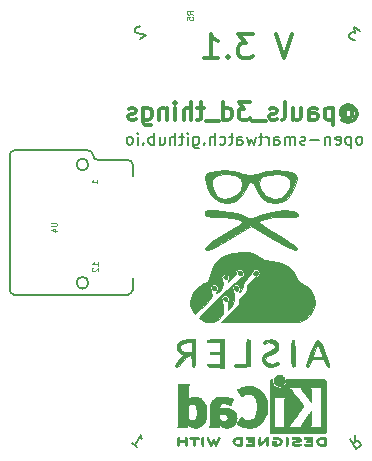
<source format=gbr>
%TF.GenerationSoftware,KiCad,Pcbnew,5.1.5+dfsg1-2~bpo10+1*%
%TF.CreationDate,Date%
%TF.ProjectId,osw,6f73772e-6b69-4636-9164-5f7063625858,3.0*%
%TF.SameCoordinates,Original*%
%TF.FileFunction,Legend,Bot*%
%TF.FilePolarity,Positive*%
%FSLAX46Y46*%
G04 Gerber Fmt 4.6, Leading zero omitted, Abs format (unit mm)*
G04 Created by KiCad*
%MOMM*%
%LPD*%
G04 APERTURE LIST*
%ADD10C,0.300000*%
%ADD11C,0.200000*%
%ADD12C,0.010000*%
%ADD13C,0.150000*%
%ADD14C,0.100000*%
G04 APERTURE END LIST*
D10*
X163829523Y-92884761D02*
X163162857Y-94884761D01*
X162496190Y-92884761D01*
X160496190Y-92884761D02*
X159258095Y-92884761D01*
X159924761Y-93646666D01*
X159639047Y-93646666D01*
X159448571Y-93741904D01*
X159353333Y-93837142D01*
X159258095Y-94027619D01*
X159258095Y-94503809D01*
X159353333Y-94694285D01*
X159448571Y-94789523D01*
X159639047Y-94884761D01*
X160210476Y-94884761D01*
X160400952Y-94789523D01*
X160496190Y-94694285D01*
X158400952Y-94694285D02*
X158305714Y-94789523D01*
X158400952Y-94884761D01*
X158496190Y-94789523D01*
X158400952Y-94694285D01*
X158400952Y-94884761D01*
X156400952Y-94884761D02*
X157543809Y-94884761D01*
X156972380Y-94884761D02*
X156972380Y-92884761D01*
X157162857Y-93170476D01*
X157353333Y-93360952D01*
X157543809Y-93456190D01*
D11*
X169577114Y-102217480D02*
X169672352Y-102169861D01*
X169719971Y-102122242D01*
X169767590Y-102027004D01*
X169767590Y-101741290D01*
X169719971Y-101646052D01*
X169672352Y-101598433D01*
X169577114Y-101550814D01*
X169434257Y-101550814D01*
X169339019Y-101598433D01*
X169291400Y-101646052D01*
X169243780Y-101741290D01*
X169243780Y-102027004D01*
X169291400Y-102122242D01*
X169339019Y-102169861D01*
X169434257Y-102217480D01*
X169577114Y-102217480D01*
X168815209Y-101550814D02*
X168815209Y-102550814D01*
X168815209Y-101598433D02*
X168719971Y-101550814D01*
X168529495Y-101550814D01*
X168434257Y-101598433D01*
X168386638Y-101646052D01*
X168339019Y-101741290D01*
X168339019Y-102027004D01*
X168386638Y-102122242D01*
X168434257Y-102169861D01*
X168529495Y-102217480D01*
X168719971Y-102217480D01*
X168815209Y-102169861D01*
X167529495Y-102169861D02*
X167624733Y-102217480D01*
X167815209Y-102217480D01*
X167910447Y-102169861D01*
X167958066Y-102074623D01*
X167958066Y-101693671D01*
X167910447Y-101598433D01*
X167815209Y-101550814D01*
X167624733Y-101550814D01*
X167529495Y-101598433D01*
X167481876Y-101693671D01*
X167481876Y-101788909D01*
X167958066Y-101884147D01*
X167053304Y-101550814D02*
X167053304Y-102217480D01*
X167053304Y-101646052D02*
X167005685Y-101598433D01*
X166910447Y-101550814D01*
X166767590Y-101550814D01*
X166672352Y-101598433D01*
X166624733Y-101693671D01*
X166624733Y-102217480D01*
X166148542Y-101836528D02*
X165386638Y-101836528D01*
X164958066Y-102169861D02*
X164862828Y-102217480D01*
X164672352Y-102217480D01*
X164577114Y-102169861D01*
X164529495Y-102074623D01*
X164529495Y-102027004D01*
X164577114Y-101931766D01*
X164672352Y-101884147D01*
X164815209Y-101884147D01*
X164910447Y-101836528D01*
X164958066Y-101741290D01*
X164958066Y-101693671D01*
X164910447Y-101598433D01*
X164815209Y-101550814D01*
X164672352Y-101550814D01*
X164577114Y-101598433D01*
X164100923Y-102217480D02*
X164100923Y-101550814D01*
X164100923Y-101646052D02*
X164053304Y-101598433D01*
X163958066Y-101550814D01*
X163815209Y-101550814D01*
X163719971Y-101598433D01*
X163672352Y-101693671D01*
X163672352Y-102217480D01*
X163672352Y-101693671D02*
X163624733Y-101598433D01*
X163529495Y-101550814D01*
X163386638Y-101550814D01*
X163291400Y-101598433D01*
X163243780Y-101693671D01*
X163243780Y-102217480D01*
X162339019Y-102217480D02*
X162339019Y-101693671D01*
X162386638Y-101598433D01*
X162481876Y-101550814D01*
X162672352Y-101550814D01*
X162767590Y-101598433D01*
X162339019Y-102169861D02*
X162434257Y-102217480D01*
X162672352Y-102217480D01*
X162767590Y-102169861D01*
X162815209Y-102074623D01*
X162815209Y-101979385D01*
X162767590Y-101884147D01*
X162672352Y-101836528D01*
X162434257Y-101836528D01*
X162339019Y-101788909D01*
X161862828Y-102217480D02*
X161862828Y-101550814D01*
X161862828Y-101741290D02*
X161815209Y-101646052D01*
X161767590Y-101598433D01*
X161672352Y-101550814D01*
X161577114Y-101550814D01*
X161386638Y-101550814D02*
X161005685Y-101550814D01*
X161243780Y-101217480D02*
X161243780Y-102074623D01*
X161196161Y-102169861D01*
X161100923Y-102217480D01*
X161005685Y-102217480D01*
X160767590Y-101550814D02*
X160577114Y-102217480D01*
X160386638Y-101741290D01*
X160196161Y-102217480D01*
X160005685Y-101550814D01*
X159196161Y-102217480D02*
X159196161Y-101693671D01*
X159243780Y-101598433D01*
X159339019Y-101550814D01*
X159529495Y-101550814D01*
X159624733Y-101598433D01*
X159196161Y-102169861D02*
X159291400Y-102217480D01*
X159529495Y-102217480D01*
X159624733Y-102169861D01*
X159672352Y-102074623D01*
X159672352Y-101979385D01*
X159624733Y-101884147D01*
X159529495Y-101836528D01*
X159291400Y-101836528D01*
X159196161Y-101788909D01*
X158862828Y-101550814D02*
X158481876Y-101550814D01*
X158719971Y-101217480D02*
X158719971Y-102074623D01*
X158672352Y-102169861D01*
X158577114Y-102217480D01*
X158481876Y-102217480D01*
X157719971Y-102169861D02*
X157815209Y-102217480D01*
X158005685Y-102217480D01*
X158100923Y-102169861D01*
X158148542Y-102122242D01*
X158196161Y-102027004D01*
X158196161Y-101741290D01*
X158148542Y-101646052D01*
X158100923Y-101598433D01*
X158005685Y-101550814D01*
X157815209Y-101550814D01*
X157719971Y-101598433D01*
X157291400Y-102217480D02*
X157291400Y-101217480D01*
X156862828Y-102217480D02*
X156862828Y-101693671D01*
X156910447Y-101598433D01*
X157005685Y-101550814D01*
X157148542Y-101550814D01*
X157243780Y-101598433D01*
X157291400Y-101646052D01*
X156386638Y-102122242D02*
X156339019Y-102169861D01*
X156386638Y-102217480D01*
X156434257Y-102169861D01*
X156386638Y-102122242D01*
X156386638Y-102217480D01*
X155481876Y-101550814D02*
X155481876Y-102360338D01*
X155529495Y-102455576D01*
X155577114Y-102503195D01*
X155672352Y-102550814D01*
X155815209Y-102550814D01*
X155910447Y-102503195D01*
X155481876Y-102169861D02*
X155577114Y-102217480D01*
X155767590Y-102217480D01*
X155862828Y-102169861D01*
X155910447Y-102122242D01*
X155958066Y-102027004D01*
X155958066Y-101741290D01*
X155910447Y-101646052D01*
X155862828Y-101598433D01*
X155767590Y-101550814D01*
X155577114Y-101550814D01*
X155481876Y-101598433D01*
X155005685Y-102217480D02*
X155005685Y-101550814D01*
X155005685Y-101217480D02*
X155053304Y-101265100D01*
X155005685Y-101312719D01*
X154958066Y-101265100D01*
X155005685Y-101217480D01*
X155005685Y-101312719D01*
X154672352Y-101550814D02*
X154291400Y-101550814D01*
X154529495Y-101217480D02*
X154529495Y-102074623D01*
X154481876Y-102169861D01*
X154386638Y-102217480D01*
X154291400Y-102217480D01*
X153958066Y-102217480D02*
X153958066Y-101217480D01*
X153529495Y-102217480D02*
X153529495Y-101693671D01*
X153577114Y-101598433D01*
X153672352Y-101550814D01*
X153815209Y-101550814D01*
X153910447Y-101598433D01*
X153958066Y-101646052D01*
X152624733Y-101550814D02*
X152624733Y-102217480D01*
X153053304Y-101550814D02*
X153053304Y-102074623D01*
X153005685Y-102169861D01*
X152910447Y-102217480D01*
X152767590Y-102217480D01*
X152672352Y-102169861D01*
X152624733Y-102122242D01*
X152148542Y-102217480D02*
X152148542Y-101217480D01*
X152148542Y-101598433D02*
X152053304Y-101550814D01*
X151862828Y-101550814D01*
X151767590Y-101598433D01*
X151719971Y-101646052D01*
X151672352Y-101741290D01*
X151672352Y-102027004D01*
X151719971Y-102122242D01*
X151767590Y-102169861D01*
X151862828Y-102217480D01*
X152053304Y-102217480D01*
X152148542Y-102169861D01*
X151243780Y-102122242D02*
X151196161Y-102169861D01*
X151243780Y-102217480D01*
X151291400Y-102169861D01*
X151243780Y-102122242D01*
X151243780Y-102217480D01*
X150767590Y-102217480D02*
X150767590Y-101550814D01*
X150767590Y-101217480D02*
X150815209Y-101265100D01*
X150767590Y-101312719D01*
X150719971Y-101265100D01*
X150767590Y-101217480D01*
X150767590Y-101312719D01*
X150148542Y-102217480D02*
X150243780Y-102169861D01*
X150291400Y-102122242D01*
X150339019Y-102027004D01*
X150339019Y-101741290D01*
X150291400Y-101646052D01*
X150243780Y-101598433D01*
X150148542Y-101550814D01*
X150005685Y-101550814D01*
X149910447Y-101598433D01*
X149862828Y-101646052D01*
X149815209Y-101741290D01*
X149815209Y-102027004D01*
X149862828Y-102122242D01*
X149910447Y-102169861D01*
X150005685Y-102217480D01*
X150148542Y-102217480D01*
D10*
X168304871Y-99392585D02*
X168376300Y-99321157D01*
X168519157Y-99249728D01*
X168662014Y-99249728D01*
X168804871Y-99321157D01*
X168876300Y-99392585D01*
X168947728Y-99535442D01*
X168947728Y-99678300D01*
X168876300Y-99821157D01*
X168804871Y-99892585D01*
X168662014Y-99964014D01*
X168519157Y-99964014D01*
X168376300Y-99892585D01*
X168304871Y-99821157D01*
X168304871Y-99249728D02*
X168304871Y-99821157D01*
X168233442Y-99892585D01*
X168162014Y-99892585D01*
X168019157Y-99821157D01*
X167947728Y-99678300D01*
X167947728Y-99321157D01*
X168090585Y-99106871D01*
X168304871Y-98964014D01*
X168590585Y-98892585D01*
X168876300Y-98964014D01*
X169090585Y-99106871D01*
X169233442Y-99321157D01*
X169304871Y-99606871D01*
X169233442Y-99892585D01*
X169090585Y-100106871D01*
X168876300Y-100249728D01*
X168590585Y-100321157D01*
X168304871Y-100249728D01*
X168090585Y-100106871D01*
X167304871Y-99106871D02*
X167304871Y-100606871D01*
X167304871Y-99178300D02*
X167162014Y-99106871D01*
X166876300Y-99106871D01*
X166733442Y-99178300D01*
X166662014Y-99249728D01*
X166590585Y-99392585D01*
X166590585Y-99821157D01*
X166662014Y-99964014D01*
X166733442Y-100035442D01*
X166876300Y-100106871D01*
X167162014Y-100106871D01*
X167304871Y-100035442D01*
X165304871Y-100106871D02*
X165304871Y-99321157D01*
X165376300Y-99178300D01*
X165519157Y-99106871D01*
X165804871Y-99106871D01*
X165947728Y-99178300D01*
X165304871Y-100035442D02*
X165447728Y-100106871D01*
X165804871Y-100106871D01*
X165947728Y-100035442D01*
X166019157Y-99892585D01*
X166019157Y-99749728D01*
X165947728Y-99606871D01*
X165804871Y-99535442D01*
X165447728Y-99535442D01*
X165304871Y-99464014D01*
X163947728Y-99106871D02*
X163947728Y-100106871D01*
X164590585Y-99106871D02*
X164590585Y-99892585D01*
X164519157Y-100035442D01*
X164376300Y-100106871D01*
X164162014Y-100106871D01*
X164019157Y-100035442D01*
X163947728Y-99964014D01*
X163019157Y-100106871D02*
X163162014Y-100035442D01*
X163233442Y-99892585D01*
X163233442Y-98606871D01*
X162519157Y-100035442D02*
X162376300Y-100106871D01*
X162090585Y-100106871D01*
X161947728Y-100035442D01*
X161876300Y-99892585D01*
X161876300Y-99821157D01*
X161947728Y-99678300D01*
X162090585Y-99606871D01*
X162304871Y-99606871D01*
X162447728Y-99535442D01*
X162519157Y-99392585D01*
X162519157Y-99321157D01*
X162447728Y-99178300D01*
X162304871Y-99106871D01*
X162090585Y-99106871D01*
X161947728Y-99178300D01*
X161590585Y-100249728D02*
X160447728Y-100249728D01*
X160233442Y-98606871D02*
X159304871Y-98606871D01*
X159804871Y-99178300D01*
X159590585Y-99178300D01*
X159447728Y-99249728D01*
X159376300Y-99321157D01*
X159304871Y-99464014D01*
X159304871Y-99821157D01*
X159376300Y-99964014D01*
X159447728Y-100035442D01*
X159590585Y-100106871D01*
X160019157Y-100106871D01*
X160162014Y-100035442D01*
X160233442Y-99964014D01*
X158019157Y-100106871D02*
X158019157Y-98606871D01*
X158019157Y-100035442D02*
X158162014Y-100106871D01*
X158447728Y-100106871D01*
X158590585Y-100035442D01*
X158662014Y-99964014D01*
X158733442Y-99821157D01*
X158733442Y-99392585D01*
X158662014Y-99249728D01*
X158590585Y-99178300D01*
X158447728Y-99106871D01*
X158162014Y-99106871D01*
X158019157Y-99178300D01*
X157662014Y-100249728D02*
X156519157Y-100249728D01*
X156376300Y-99106871D02*
X155804871Y-99106871D01*
X156162014Y-98606871D02*
X156162014Y-99892585D01*
X156090585Y-100035442D01*
X155947728Y-100106871D01*
X155804871Y-100106871D01*
X155304871Y-100106871D02*
X155304871Y-98606871D01*
X154662014Y-100106871D02*
X154662014Y-99321157D01*
X154733442Y-99178300D01*
X154876300Y-99106871D01*
X155090585Y-99106871D01*
X155233442Y-99178300D01*
X155304871Y-99249728D01*
X153947728Y-100106871D02*
X153947728Y-99106871D01*
X153947728Y-98606871D02*
X154019157Y-98678300D01*
X153947728Y-98749728D01*
X153876300Y-98678300D01*
X153947728Y-98606871D01*
X153947728Y-98749728D01*
X153233442Y-99106871D02*
X153233442Y-100106871D01*
X153233442Y-99249728D02*
X153162014Y-99178300D01*
X153019157Y-99106871D01*
X152804871Y-99106871D01*
X152662014Y-99178300D01*
X152590585Y-99321157D01*
X152590585Y-100106871D01*
X151233442Y-99106871D02*
X151233442Y-100321157D01*
X151304871Y-100464014D01*
X151376300Y-100535442D01*
X151519157Y-100606871D01*
X151733442Y-100606871D01*
X151876300Y-100535442D01*
X151233442Y-100035442D02*
X151376300Y-100106871D01*
X151662014Y-100106871D01*
X151804871Y-100035442D01*
X151876300Y-99964014D01*
X151947728Y-99821157D01*
X151947728Y-99392585D01*
X151876300Y-99249728D01*
X151804871Y-99178300D01*
X151662014Y-99106871D01*
X151376300Y-99106871D01*
X151233442Y-99178300D01*
X150590585Y-100035442D02*
X150447728Y-100106871D01*
X150162014Y-100106871D01*
X150019157Y-100035442D01*
X149947728Y-99892585D01*
X149947728Y-99821157D01*
X150019157Y-99678300D01*
X150162014Y-99606871D01*
X150376300Y-99606871D01*
X150519157Y-99535442D01*
X150590585Y-99392585D01*
X150590585Y-99321157D01*
X150519157Y-99178300D01*
X150376300Y-99106871D01*
X150162014Y-99106871D01*
X150019157Y-99178300D01*
D11*
X169614811Y-92622774D02*
X169095634Y-92285616D01*
X169167709Y-92786656D01*
X169047899Y-92708851D01*
X168942091Y-92696917D01*
X168876219Y-92710918D01*
X168784412Y-92764857D01*
X168654736Y-92964540D01*
X168642802Y-93070349D01*
X168656804Y-93136221D01*
X168710742Y-93228028D01*
X168950362Y-93383639D01*
X169056171Y-93395573D01*
X169122042Y-93381571D01*
X150932735Y-92238490D02*
X150866863Y-92224488D01*
X150761055Y-92236422D01*
X150561371Y-92366098D01*
X150507433Y-92457905D01*
X150493432Y-92523777D01*
X150505365Y-92629585D01*
X150557236Y-92709459D01*
X150674978Y-92803334D01*
X151465441Y-92971352D01*
X150946264Y-93308509D01*
X150262995Y-127477787D02*
X150742235Y-127789009D01*
X150502615Y-127633398D02*
X151047254Y-126794728D01*
X151049322Y-126966408D01*
X151077325Y-127098152D01*
X151131263Y-127189959D01*
X169177204Y-126833022D02*
X169156999Y-127413935D01*
X168697963Y-127144244D02*
X169242602Y-127982915D01*
X169562096Y-127775433D01*
X169616034Y-127683626D01*
X169630036Y-127617755D01*
X169618102Y-127511946D01*
X169540296Y-127392136D01*
X169448489Y-127338198D01*
X169382617Y-127324196D01*
X169276809Y-127336130D01*
X168957315Y-127543611D01*
D12*
%TO.C,REF\002A\002A*%
G36*
X154172177Y-126988533D02*
G01*
X154140798Y-127010776D01*
X154113089Y-127038485D01*
X154113089Y-127347920D01*
X154113162Y-127439799D01*
X154113505Y-127511840D01*
X154114308Y-127566780D01*
X154115759Y-127607360D01*
X154118048Y-127636317D01*
X154121364Y-127656391D01*
X154125895Y-127670321D01*
X154131831Y-127680845D01*
X154136486Y-127687100D01*
X154167217Y-127711673D01*
X154202504Y-127714341D01*
X154234755Y-127699271D01*
X154245412Y-127690374D01*
X154252536Y-127678557D01*
X154256833Y-127659526D01*
X154259009Y-127628992D01*
X154259772Y-127582662D01*
X154259845Y-127546871D01*
X154259845Y-127412045D01*
X154756556Y-127412045D01*
X154756556Y-127534700D01*
X154757069Y-127590787D01*
X154759124Y-127629333D01*
X154763492Y-127655361D01*
X154770944Y-127673897D01*
X154779953Y-127687100D01*
X154810856Y-127711604D01*
X154845804Y-127714506D01*
X154879262Y-127697089D01*
X154888396Y-127687959D01*
X154894848Y-127675855D01*
X154899103Y-127657001D01*
X154901648Y-127627620D01*
X154902971Y-127583937D01*
X154903557Y-127522175D01*
X154903625Y-127508000D01*
X154904109Y-127391631D01*
X154904359Y-127295727D01*
X154904277Y-127218177D01*
X154903769Y-127156869D01*
X154902738Y-127109690D01*
X154901087Y-127074530D01*
X154898721Y-127049276D01*
X154895543Y-127031817D01*
X154891456Y-127020041D01*
X154886366Y-127011835D01*
X154880734Y-127005645D01*
X154848872Y-126985844D01*
X154815643Y-126988533D01*
X154784265Y-127010776D01*
X154771567Y-127025126D01*
X154763474Y-127040978D01*
X154758958Y-127063554D01*
X154756994Y-127098078D01*
X154756556Y-127149776D01*
X154756556Y-127265289D01*
X154259845Y-127265289D01*
X154259845Y-127146756D01*
X154259338Y-127092148D01*
X154257302Y-127055275D01*
X154252965Y-127031307D01*
X154245553Y-127015415D01*
X154237267Y-127005645D01*
X154205406Y-126985844D01*
X154172177Y-126988533D01*
G37*
X154172177Y-126988533D02*
X154140798Y-127010776D01*
X154113089Y-127038485D01*
X154113089Y-127347920D01*
X154113162Y-127439799D01*
X154113505Y-127511840D01*
X154114308Y-127566780D01*
X154115759Y-127607360D01*
X154118048Y-127636317D01*
X154121364Y-127656391D01*
X154125895Y-127670321D01*
X154131831Y-127680845D01*
X154136486Y-127687100D01*
X154167217Y-127711673D01*
X154202504Y-127714341D01*
X154234755Y-127699271D01*
X154245412Y-127690374D01*
X154252536Y-127678557D01*
X154256833Y-127659526D01*
X154259009Y-127628992D01*
X154259772Y-127582662D01*
X154259845Y-127546871D01*
X154259845Y-127412045D01*
X154756556Y-127412045D01*
X154756556Y-127534700D01*
X154757069Y-127590787D01*
X154759124Y-127629333D01*
X154763492Y-127655361D01*
X154770944Y-127673897D01*
X154779953Y-127687100D01*
X154810856Y-127711604D01*
X154845804Y-127714506D01*
X154879262Y-127697089D01*
X154888396Y-127687959D01*
X154894848Y-127675855D01*
X154899103Y-127657001D01*
X154901648Y-127627620D01*
X154902971Y-127583937D01*
X154903557Y-127522175D01*
X154903625Y-127508000D01*
X154904109Y-127391631D01*
X154904359Y-127295727D01*
X154904277Y-127218177D01*
X154903769Y-127156869D01*
X154902738Y-127109690D01*
X154901087Y-127074530D01*
X154898721Y-127049276D01*
X154895543Y-127031817D01*
X154891456Y-127020041D01*
X154886366Y-127011835D01*
X154880734Y-127005645D01*
X154848872Y-126985844D01*
X154815643Y-126988533D01*
X154784265Y-127010776D01*
X154771567Y-127025126D01*
X154763474Y-127040978D01*
X154758958Y-127063554D01*
X154756994Y-127098078D01*
X154756556Y-127149776D01*
X154756556Y-127265289D01*
X154259845Y-127265289D01*
X154259845Y-127146756D01*
X154259338Y-127092148D01*
X154257302Y-127055275D01*
X154252965Y-127031307D01*
X154245553Y-127015415D01*
X154237267Y-127005645D01*
X154205406Y-126985844D01*
X154172177Y-126988533D01*
G36*
X155437935Y-126983163D02*
G01*
X155359228Y-126983542D01*
X155298137Y-126984333D01*
X155252183Y-126985670D01*
X155218886Y-126987683D01*
X155195764Y-126990506D01*
X155180338Y-126994269D01*
X155170129Y-126999105D01*
X155165187Y-127002822D01*
X155139543Y-127035358D01*
X155136441Y-127069138D01*
X155152289Y-127099826D01*
X155162652Y-127112089D01*
X155173804Y-127120450D01*
X155189965Y-127125657D01*
X155215358Y-127128457D01*
X155254202Y-127129596D01*
X155310720Y-127129821D01*
X155321820Y-127129822D01*
X155467756Y-127129822D01*
X155467756Y-127400756D01*
X155467852Y-127486154D01*
X155468289Y-127551864D01*
X155469288Y-127600774D01*
X155471072Y-127635773D01*
X155473863Y-127659749D01*
X155477883Y-127675593D01*
X155483355Y-127686191D01*
X155490334Y-127694267D01*
X155523266Y-127714112D01*
X155557646Y-127712548D01*
X155588824Y-127689906D01*
X155591114Y-127687100D01*
X155598571Y-127676492D01*
X155604253Y-127664081D01*
X155608399Y-127646850D01*
X155611250Y-127621784D01*
X155613046Y-127585867D01*
X155614028Y-127536083D01*
X155614436Y-127469417D01*
X155614511Y-127393589D01*
X155614511Y-127129822D01*
X155753873Y-127129822D01*
X155813678Y-127129418D01*
X155855082Y-127127840D01*
X155882252Y-127124547D01*
X155899354Y-127118992D01*
X155910557Y-127110631D01*
X155911917Y-127109178D01*
X155928275Y-127075939D01*
X155926828Y-127038362D01*
X155908022Y-127005645D01*
X155900750Y-126999298D01*
X155891373Y-126994266D01*
X155877391Y-126990396D01*
X155856304Y-126987537D01*
X155825611Y-126985535D01*
X155782811Y-126984239D01*
X155725405Y-126983498D01*
X155650890Y-126983158D01*
X155556767Y-126983068D01*
X155536740Y-126983067D01*
X155437935Y-126983163D01*
G37*
X155437935Y-126983163D02*
X155359228Y-126983542D01*
X155298137Y-126984333D01*
X155252183Y-126985670D01*
X155218886Y-126987683D01*
X155195764Y-126990506D01*
X155180338Y-126994269D01*
X155170129Y-126999105D01*
X155165187Y-127002822D01*
X155139543Y-127035358D01*
X155136441Y-127069138D01*
X155152289Y-127099826D01*
X155162652Y-127112089D01*
X155173804Y-127120450D01*
X155189965Y-127125657D01*
X155215358Y-127128457D01*
X155254202Y-127129596D01*
X155310720Y-127129821D01*
X155321820Y-127129822D01*
X155467756Y-127129822D01*
X155467756Y-127400756D01*
X155467852Y-127486154D01*
X155468289Y-127551864D01*
X155469288Y-127600774D01*
X155471072Y-127635773D01*
X155473863Y-127659749D01*
X155477883Y-127675593D01*
X155483355Y-127686191D01*
X155490334Y-127694267D01*
X155523266Y-127714112D01*
X155557646Y-127712548D01*
X155588824Y-127689906D01*
X155591114Y-127687100D01*
X155598571Y-127676492D01*
X155604253Y-127664081D01*
X155608399Y-127646850D01*
X155611250Y-127621784D01*
X155613046Y-127585867D01*
X155614028Y-127536083D01*
X155614436Y-127469417D01*
X155614511Y-127393589D01*
X155614511Y-127129822D01*
X155753873Y-127129822D01*
X155813678Y-127129418D01*
X155855082Y-127127840D01*
X155882252Y-127124547D01*
X155899354Y-127118992D01*
X155910557Y-127110631D01*
X155911917Y-127109178D01*
X155928275Y-127075939D01*
X155926828Y-127038362D01*
X155908022Y-127005645D01*
X155900750Y-126999298D01*
X155891373Y-126994266D01*
X155877391Y-126990396D01*
X155856304Y-126987537D01*
X155825611Y-126985535D01*
X155782811Y-126984239D01*
X155725405Y-126983498D01*
X155650890Y-126983158D01*
X155556767Y-126983068D01*
X155536740Y-126983067D01*
X155437935Y-126983163D01*
G36*
X156212386Y-126989877D02*
G01*
X156188673Y-127004647D01*
X156162022Y-127026227D01*
X156162022Y-127347773D01*
X156162107Y-127441830D01*
X156162471Y-127515932D01*
X156163276Y-127572704D01*
X156164687Y-127614768D01*
X156166867Y-127644748D01*
X156169979Y-127665267D01*
X156174186Y-127678949D01*
X156179652Y-127688416D01*
X156183528Y-127693082D01*
X156214966Y-127713575D01*
X156250767Y-127712739D01*
X156282127Y-127695264D01*
X156308778Y-127673684D01*
X156308778Y-127026227D01*
X156282127Y-127004647D01*
X156256406Y-126988949D01*
X156235400Y-126983067D01*
X156212386Y-126989877D01*
G37*
X156212386Y-126989877D02*
X156188673Y-127004647D01*
X156162022Y-127026227D01*
X156162022Y-127347773D01*
X156162107Y-127441830D01*
X156162471Y-127515932D01*
X156163276Y-127572704D01*
X156164687Y-127614768D01*
X156166867Y-127644748D01*
X156169979Y-127665267D01*
X156174186Y-127678949D01*
X156179652Y-127688416D01*
X156183528Y-127693082D01*
X156214966Y-127713575D01*
X156250767Y-127712739D01*
X156282127Y-127695264D01*
X156308778Y-127673684D01*
X156308778Y-127026227D01*
X156282127Y-127004647D01*
X156256406Y-126988949D01*
X156235400Y-126983067D01*
X156212386Y-126989877D01*
G36*
X156656335Y-126985034D02*
G01*
X156636745Y-126992035D01*
X156635990Y-126992377D01*
X156609387Y-127012678D01*
X156594730Y-127033561D01*
X156591862Y-127043352D01*
X156592004Y-127056361D01*
X156596039Y-127074895D01*
X156604854Y-127101257D01*
X156619331Y-127137752D01*
X156640355Y-127186687D01*
X156668812Y-127250365D01*
X156705585Y-127331093D01*
X156725825Y-127375216D01*
X156762375Y-127453985D01*
X156796685Y-127526423D01*
X156827448Y-127589880D01*
X156853352Y-127641708D01*
X156873090Y-127679259D01*
X156885350Y-127699884D01*
X156887776Y-127702733D01*
X156918817Y-127715302D01*
X156953879Y-127713619D01*
X156982000Y-127698332D01*
X156983146Y-127697089D01*
X156994332Y-127680154D01*
X157013096Y-127647170D01*
X157037125Y-127602380D01*
X157064103Y-127550032D01*
X157073799Y-127530742D01*
X157146986Y-127384150D01*
X157226760Y-127543393D01*
X157255233Y-127598415D01*
X157281650Y-127646132D01*
X157303852Y-127682893D01*
X157319681Y-127705044D01*
X157325046Y-127709741D01*
X157366743Y-127716102D01*
X157401151Y-127702733D01*
X157411272Y-127688446D01*
X157428786Y-127656692D01*
X157452265Y-127610597D01*
X157480280Y-127553285D01*
X157511401Y-127487880D01*
X157544201Y-127417507D01*
X157577250Y-127345291D01*
X157609119Y-127274355D01*
X157638381Y-127207825D01*
X157663605Y-127148826D01*
X157683364Y-127100481D01*
X157696228Y-127065915D01*
X157700769Y-127048253D01*
X157700723Y-127047613D01*
X157689674Y-127025388D01*
X157667590Y-127002753D01*
X157666290Y-127001768D01*
X157639147Y-126986425D01*
X157614042Y-126986574D01*
X157604632Y-126989466D01*
X157593166Y-126995718D01*
X157580990Y-127008014D01*
X157566643Y-127028908D01*
X157548664Y-127060949D01*
X157525593Y-127106688D01*
X157495970Y-127168677D01*
X157469255Y-127225898D01*
X157438520Y-127292226D01*
X157410979Y-127351874D01*
X157388062Y-127401725D01*
X157371202Y-127438664D01*
X157361827Y-127459573D01*
X157360460Y-127462845D01*
X157354311Y-127457497D01*
X157340178Y-127435109D01*
X157319943Y-127398946D01*
X157295485Y-127352277D01*
X157285752Y-127333022D01*
X157252783Y-127268004D01*
X157227357Y-127220654D01*
X157207388Y-127188219D01*
X157190790Y-127167946D01*
X157175476Y-127157082D01*
X157159360Y-127152875D01*
X157148857Y-127152400D01*
X157130330Y-127154042D01*
X157114096Y-127160831D01*
X157097965Y-127175566D01*
X157079749Y-127201044D01*
X157057261Y-127240061D01*
X157028311Y-127295414D01*
X157012338Y-127326903D01*
X156986430Y-127377087D01*
X156963833Y-127418704D01*
X156946542Y-127448242D01*
X156936550Y-127462189D01*
X156935191Y-127462770D01*
X156928739Y-127451793D01*
X156914292Y-127423290D01*
X156893297Y-127380244D01*
X156867203Y-127325638D01*
X156837454Y-127262454D01*
X156822820Y-127231071D01*
X156784750Y-127150078D01*
X156754095Y-127087756D01*
X156729263Y-127042071D01*
X156708663Y-127010989D01*
X156690702Y-126992478D01*
X156673790Y-126984504D01*
X156656335Y-126985034D01*
G37*
X156656335Y-126985034D02*
X156636745Y-126992035D01*
X156635990Y-126992377D01*
X156609387Y-127012678D01*
X156594730Y-127033561D01*
X156591862Y-127043352D01*
X156592004Y-127056361D01*
X156596039Y-127074895D01*
X156604854Y-127101257D01*
X156619331Y-127137752D01*
X156640355Y-127186687D01*
X156668812Y-127250365D01*
X156705585Y-127331093D01*
X156725825Y-127375216D01*
X156762375Y-127453985D01*
X156796685Y-127526423D01*
X156827448Y-127589880D01*
X156853352Y-127641708D01*
X156873090Y-127679259D01*
X156885350Y-127699884D01*
X156887776Y-127702733D01*
X156918817Y-127715302D01*
X156953879Y-127713619D01*
X156982000Y-127698332D01*
X156983146Y-127697089D01*
X156994332Y-127680154D01*
X157013096Y-127647170D01*
X157037125Y-127602380D01*
X157064103Y-127550032D01*
X157073799Y-127530742D01*
X157146986Y-127384150D01*
X157226760Y-127543393D01*
X157255233Y-127598415D01*
X157281650Y-127646132D01*
X157303852Y-127682893D01*
X157319681Y-127705044D01*
X157325046Y-127709741D01*
X157366743Y-127716102D01*
X157401151Y-127702733D01*
X157411272Y-127688446D01*
X157428786Y-127656692D01*
X157452265Y-127610597D01*
X157480280Y-127553285D01*
X157511401Y-127487880D01*
X157544201Y-127417507D01*
X157577250Y-127345291D01*
X157609119Y-127274355D01*
X157638381Y-127207825D01*
X157663605Y-127148826D01*
X157683364Y-127100481D01*
X157696228Y-127065915D01*
X157700769Y-127048253D01*
X157700723Y-127047613D01*
X157689674Y-127025388D01*
X157667590Y-127002753D01*
X157666290Y-127001768D01*
X157639147Y-126986425D01*
X157614042Y-126986574D01*
X157604632Y-126989466D01*
X157593166Y-126995718D01*
X157580990Y-127008014D01*
X157566643Y-127028908D01*
X157548664Y-127060949D01*
X157525593Y-127106688D01*
X157495970Y-127168677D01*
X157469255Y-127225898D01*
X157438520Y-127292226D01*
X157410979Y-127351874D01*
X157388062Y-127401725D01*
X157371202Y-127438664D01*
X157361827Y-127459573D01*
X157360460Y-127462845D01*
X157354311Y-127457497D01*
X157340178Y-127435109D01*
X157319943Y-127398946D01*
X157295485Y-127352277D01*
X157285752Y-127333022D01*
X157252783Y-127268004D01*
X157227357Y-127220654D01*
X157207388Y-127188219D01*
X157190790Y-127167946D01*
X157175476Y-127157082D01*
X157159360Y-127152875D01*
X157148857Y-127152400D01*
X157130330Y-127154042D01*
X157114096Y-127160831D01*
X157097965Y-127175566D01*
X157079749Y-127201044D01*
X157057261Y-127240061D01*
X157028311Y-127295414D01*
X157012338Y-127326903D01*
X156986430Y-127377087D01*
X156963833Y-127418704D01*
X156946542Y-127448242D01*
X156936550Y-127462189D01*
X156935191Y-127462770D01*
X156928739Y-127451793D01*
X156914292Y-127423290D01*
X156893297Y-127380244D01*
X156867203Y-127325638D01*
X156837454Y-127262454D01*
X156822820Y-127231071D01*
X156784750Y-127150078D01*
X156754095Y-127087756D01*
X156729263Y-127042071D01*
X156708663Y-127010989D01*
X156690702Y-126992478D01*
X156673790Y-126984504D01*
X156656335Y-126985034D01*
G36*
X159382691Y-126983275D02*
G01*
X159253712Y-126987636D01*
X159144009Y-127000861D01*
X159051774Y-127023741D01*
X158975198Y-127057070D01*
X158912473Y-127101638D01*
X158861788Y-127158236D01*
X158821337Y-127227658D01*
X158820541Y-127229351D01*
X158796399Y-127291483D01*
X158787797Y-127346509D01*
X158794769Y-127401887D01*
X158817346Y-127465073D01*
X158821628Y-127474689D01*
X158850828Y-127530966D01*
X158883644Y-127574451D01*
X158925998Y-127611417D01*
X158983810Y-127648135D01*
X158987169Y-127650052D01*
X159037496Y-127674227D01*
X159094379Y-127692282D01*
X159161473Y-127704839D01*
X159242435Y-127712522D01*
X159340918Y-127715953D01*
X159375714Y-127716251D01*
X159541406Y-127716845D01*
X159564803Y-127687100D01*
X159571743Y-127677319D01*
X159577158Y-127665897D01*
X159581235Y-127650095D01*
X159584163Y-127627175D01*
X159586133Y-127594396D01*
X159586775Y-127570089D01*
X159430156Y-127570089D01*
X159336274Y-127570089D01*
X159281336Y-127568483D01*
X159224940Y-127564255D01*
X159178655Y-127558292D01*
X159175861Y-127557790D01*
X159093652Y-127535736D01*
X159029886Y-127502600D01*
X158982548Y-127456847D01*
X158949618Y-127396939D01*
X158943892Y-127381061D01*
X158938279Y-127356333D01*
X158940709Y-127331902D01*
X158952533Y-127299400D01*
X158959660Y-127283434D01*
X158983000Y-127241006D01*
X159011120Y-127211240D01*
X159042060Y-127190511D01*
X159104034Y-127163537D01*
X159183349Y-127143998D01*
X159275747Y-127132746D01*
X159342667Y-127130270D01*
X159430156Y-127129822D01*
X159430156Y-127570089D01*
X159586775Y-127570089D01*
X159587332Y-127549021D01*
X159587950Y-127488311D01*
X159588175Y-127409526D01*
X159588200Y-127347920D01*
X159588200Y-127038485D01*
X159560491Y-127010776D01*
X159548194Y-126999544D01*
X159534897Y-126991853D01*
X159516328Y-126987040D01*
X159488214Y-126984446D01*
X159446283Y-126983410D01*
X159386263Y-126983270D01*
X159382691Y-126983275D01*
G37*
X159382691Y-126983275D02*
X159253712Y-126987636D01*
X159144009Y-127000861D01*
X159051774Y-127023741D01*
X158975198Y-127057070D01*
X158912473Y-127101638D01*
X158861788Y-127158236D01*
X158821337Y-127227658D01*
X158820541Y-127229351D01*
X158796399Y-127291483D01*
X158787797Y-127346509D01*
X158794769Y-127401887D01*
X158817346Y-127465073D01*
X158821628Y-127474689D01*
X158850828Y-127530966D01*
X158883644Y-127574451D01*
X158925998Y-127611417D01*
X158983810Y-127648135D01*
X158987169Y-127650052D01*
X159037496Y-127674227D01*
X159094379Y-127692282D01*
X159161473Y-127704839D01*
X159242435Y-127712522D01*
X159340918Y-127715953D01*
X159375714Y-127716251D01*
X159541406Y-127716845D01*
X159564803Y-127687100D01*
X159571743Y-127677319D01*
X159577158Y-127665897D01*
X159581235Y-127650095D01*
X159584163Y-127627175D01*
X159586133Y-127594396D01*
X159586775Y-127570089D01*
X159430156Y-127570089D01*
X159336274Y-127570089D01*
X159281336Y-127568483D01*
X159224940Y-127564255D01*
X159178655Y-127558292D01*
X159175861Y-127557790D01*
X159093652Y-127535736D01*
X159029886Y-127502600D01*
X158982548Y-127456847D01*
X158949618Y-127396939D01*
X158943892Y-127381061D01*
X158938279Y-127356333D01*
X158940709Y-127331902D01*
X158952533Y-127299400D01*
X158959660Y-127283434D01*
X158983000Y-127241006D01*
X159011120Y-127211240D01*
X159042060Y-127190511D01*
X159104034Y-127163537D01*
X159183349Y-127143998D01*
X159275747Y-127132746D01*
X159342667Y-127130270D01*
X159430156Y-127129822D01*
X159430156Y-127570089D01*
X159586775Y-127570089D01*
X159587332Y-127549021D01*
X159587950Y-127488311D01*
X159588175Y-127409526D01*
X159588200Y-127347920D01*
X159588200Y-127038485D01*
X159560491Y-127010776D01*
X159548194Y-126999544D01*
X159534897Y-126991853D01*
X159516328Y-126987040D01*
X159488214Y-126984446D01*
X159446283Y-126983410D01*
X159386263Y-126983270D01*
X159382691Y-126983275D01*
G36*
X160170657Y-126983260D02*
G01*
X160094299Y-126984174D01*
X160035783Y-126986311D01*
X159992745Y-126990175D01*
X159962817Y-126996267D01*
X159943632Y-127005090D01*
X159932824Y-127017146D01*
X159928027Y-127032939D01*
X159926873Y-127052970D01*
X159926867Y-127055335D01*
X159927869Y-127077992D01*
X159932604Y-127095503D01*
X159943667Y-127108574D01*
X159963652Y-127117913D01*
X159995154Y-127124227D01*
X160040768Y-127128222D01*
X160103087Y-127130606D01*
X160184707Y-127132086D01*
X160209723Y-127132414D01*
X160451800Y-127135467D01*
X160455186Y-127200378D01*
X160458571Y-127265289D01*
X160290424Y-127265289D01*
X160224734Y-127265531D01*
X160177828Y-127266556D01*
X160145917Y-127268811D01*
X160125209Y-127272742D01*
X160111916Y-127278798D01*
X160102245Y-127287424D01*
X160102183Y-127287493D01*
X160084644Y-127321112D01*
X160085278Y-127357448D01*
X160103686Y-127388423D01*
X160107329Y-127391607D01*
X160120259Y-127399812D01*
X160137976Y-127405521D01*
X160164430Y-127409162D01*
X160203568Y-127411167D01*
X160259338Y-127411964D01*
X160295006Y-127412045D01*
X160457445Y-127412045D01*
X160457445Y-127570089D01*
X160210839Y-127570089D01*
X160129420Y-127570231D01*
X160067590Y-127570814D01*
X160022363Y-127572068D01*
X159990752Y-127574227D01*
X159969769Y-127577523D01*
X159956427Y-127582189D01*
X159947739Y-127588457D01*
X159945550Y-127590733D01*
X159929386Y-127622280D01*
X159928203Y-127658168D01*
X159941464Y-127689285D01*
X159951957Y-127699271D01*
X159962871Y-127704769D01*
X159979783Y-127709022D01*
X160005367Y-127712180D01*
X160042299Y-127714392D01*
X160093254Y-127715806D01*
X160160906Y-127716572D01*
X160247931Y-127716838D01*
X160267606Y-127716845D01*
X160356089Y-127716787D01*
X160424773Y-127716467D01*
X160476436Y-127715667D01*
X160513855Y-127714167D01*
X160539810Y-127711749D01*
X160557078Y-127708194D01*
X160568438Y-127703282D01*
X160576668Y-127696795D01*
X160581183Y-127692138D01*
X160587979Y-127683889D01*
X160593288Y-127673669D01*
X160597294Y-127658800D01*
X160600179Y-127636602D01*
X160602126Y-127604393D01*
X160603319Y-127559496D01*
X160603939Y-127499228D01*
X160604171Y-127420911D01*
X160604200Y-127354994D01*
X160604129Y-127262628D01*
X160603792Y-127190117D01*
X160603002Y-127134737D01*
X160601574Y-127093765D01*
X160599321Y-127064478D01*
X160596057Y-127044153D01*
X160591596Y-127030066D01*
X160585752Y-127019495D01*
X160580803Y-127012811D01*
X160557406Y-126983067D01*
X160267226Y-126983067D01*
X160170657Y-126983260D01*
G37*
X160170657Y-126983260D02*
X160094299Y-126984174D01*
X160035783Y-126986311D01*
X159992745Y-126990175D01*
X159962817Y-126996267D01*
X159943632Y-127005090D01*
X159932824Y-127017146D01*
X159928027Y-127032939D01*
X159926873Y-127052970D01*
X159926867Y-127055335D01*
X159927869Y-127077992D01*
X159932604Y-127095503D01*
X159943667Y-127108574D01*
X159963652Y-127117913D01*
X159995154Y-127124227D01*
X160040768Y-127128222D01*
X160103087Y-127130606D01*
X160184707Y-127132086D01*
X160209723Y-127132414D01*
X160451800Y-127135467D01*
X160455186Y-127200378D01*
X160458571Y-127265289D01*
X160290424Y-127265289D01*
X160224734Y-127265531D01*
X160177828Y-127266556D01*
X160145917Y-127268811D01*
X160125209Y-127272742D01*
X160111916Y-127278798D01*
X160102245Y-127287424D01*
X160102183Y-127287493D01*
X160084644Y-127321112D01*
X160085278Y-127357448D01*
X160103686Y-127388423D01*
X160107329Y-127391607D01*
X160120259Y-127399812D01*
X160137976Y-127405521D01*
X160164430Y-127409162D01*
X160203568Y-127411167D01*
X160259338Y-127411964D01*
X160295006Y-127412045D01*
X160457445Y-127412045D01*
X160457445Y-127570089D01*
X160210839Y-127570089D01*
X160129420Y-127570231D01*
X160067590Y-127570814D01*
X160022363Y-127572068D01*
X159990752Y-127574227D01*
X159969769Y-127577523D01*
X159956427Y-127582189D01*
X159947739Y-127588457D01*
X159945550Y-127590733D01*
X159929386Y-127622280D01*
X159928203Y-127658168D01*
X159941464Y-127689285D01*
X159951957Y-127699271D01*
X159962871Y-127704769D01*
X159979783Y-127709022D01*
X160005367Y-127712180D01*
X160042299Y-127714392D01*
X160093254Y-127715806D01*
X160160906Y-127716572D01*
X160247931Y-127716838D01*
X160267606Y-127716845D01*
X160356089Y-127716787D01*
X160424773Y-127716467D01*
X160476436Y-127715667D01*
X160513855Y-127714167D01*
X160539810Y-127711749D01*
X160557078Y-127708194D01*
X160568438Y-127703282D01*
X160576668Y-127696795D01*
X160581183Y-127692138D01*
X160587979Y-127683889D01*
X160593288Y-127673669D01*
X160597294Y-127658800D01*
X160600179Y-127636602D01*
X160602126Y-127604393D01*
X160603319Y-127559496D01*
X160603939Y-127499228D01*
X160604171Y-127420911D01*
X160604200Y-127354994D01*
X160604129Y-127262628D01*
X160603792Y-127190117D01*
X160603002Y-127134737D01*
X160601574Y-127093765D01*
X160599321Y-127064478D01*
X160596057Y-127044153D01*
X160591596Y-127030066D01*
X160585752Y-127019495D01*
X160580803Y-127012811D01*
X160557406Y-126983067D01*
X160267226Y-126983067D01*
X160170657Y-126983260D01*
G36*
X161701114Y-126987448D02*
G01*
X161677548Y-127001273D01*
X161646735Y-127023881D01*
X161607078Y-127056338D01*
X161556980Y-127099708D01*
X161494843Y-127155058D01*
X161419072Y-127223451D01*
X161332334Y-127302084D01*
X161151711Y-127465878D01*
X161146067Y-127246029D01*
X161144029Y-127170351D01*
X161142063Y-127113994D01*
X161139734Y-127073706D01*
X161136606Y-127046235D01*
X161132245Y-127028329D01*
X161126216Y-127016737D01*
X161118084Y-127008208D01*
X161113772Y-127004623D01*
X161079241Y-126985670D01*
X161046383Y-126988441D01*
X161020318Y-127004633D01*
X160993667Y-127026199D01*
X160990352Y-127341151D01*
X160989435Y-127433779D01*
X160988968Y-127506544D01*
X160989113Y-127562161D01*
X160990032Y-127603342D01*
X160991887Y-127632803D01*
X160994839Y-127653255D01*
X160999050Y-127667413D01*
X161004682Y-127677991D01*
X161010927Y-127686474D01*
X161024439Y-127702207D01*
X161037883Y-127712636D01*
X161053124Y-127716639D01*
X161072026Y-127713094D01*
X161096455Y-127700879D01*
X161128273Y-127678871D01*
X161169348Y-127645949D01*
X161221542Y-127600991D01*
X161286722Y-127542875D01*
X161360556Y-127476099D01*
X161625845Y-127235458D01*
X161631489Y-127454589D01*
X161633531Y-127530128D01*
X161635502Y-127586354D01*
X161637839Y-127626524D01*
X161640981Y-127653896D01*
X161645364Y-127671728D01*
X161651424Y-127683279D01*
X161659600Y-127691807D01*
X161663784Y-127695282D01*
X161700765Y-127714372D01*
X161735708Y-127711493D01*
X161766136Y-127687100D01*
X161773097Y-127677286D01*
X161778523Y-127665826D01*
X161782603Y-127649968D01*
X161785529Y-127626963D01*
X161787492Y-127594062D01*
X161788683Y-127548516D01*
X161789292Y-127487573D01*
X161789511Y-127408486D01*
X161789534Y-127349956D01*
X161789460Y-127258407D01*
X161789113Y-127186687D01*
X161788301Y-127132045D01*
X161786833Y-127091732D01*
X161784519Y-127062998D01*
X161781167Y-127043093D01*
X161776588Y-127029268D01*
X161770589Y-127018772D01*
X161766136Y-127012811D01*
X161754850Y-126998691D01*
X161744301Y-126988029D01*
X161732893Y-126981892D01*
X161719030Y-126981343D01*
X161701114Y-126987448D01*
G37*
X161701114Y-126987448D02*
X161677548Y-127001273D01*
X161646735Y-127023881D01*
X161607078Y-127056338D01*
X161556980Y-127099708D01*
X161494843Y-127155058D01*
X161419072Y-127223451D01*
X161332334Y-127302084D01*
X161151711Y-127465878D01*
X161146067Y-127246029D01*
X161144029Y-127170351D01*
X161142063Y-127113994D01*
X161139734Y-127073706D01*
X161136606Y-127046235D01*
X161132245Y-127028329D01*
X161126216Y-127016737D01*
X161118084Y-127008208D01*
X161113772Y-127004623D01*
X161079241Y-126985670D01*
X161046383Y-126988441D01*
X161020318Y-127004633D01*
X160993667Y-127026199D01*
X160990352Y-127341151D01*
X160989435Y-127433779D01*
X160988968Y-127506544D01*
X160989113Y-127562161D01*
X160990032Y-127603342D01*
X160991887Y-127632803D01*
X160994839Y-127653255D01*
X160999050Y-127667413D01*
X161004682Y-127677991D01*
X161010927Y-127686474D01*
X161024439Y-127702207D01*
X161037883Y-127712636D01*
X161053124Y-127716639D01*
X161072026Y-127713094D01*
X161096455Y-127700879D01*
X161128273Y-127678871D01*
X161169348Y-127645949D01*
X161221542Y-127600991D01*
X161286722Y-127542875D01*
X161360556Y-127476099D01*
X161625845Y-127235458D01*
X161631489Y-127454589D01*
X161633531Y-127530128D01*
X161635502Y-127586354D01*
X161637839Y-127626524D01*
X161640981Y-127653896D01*
X161645364Y-127671728D01*
X161651424Y-127683279D01*
X161659600Y-127691807D01*
X161663784Y-127695282D01*
X161700765Y-127714372D01*
X161735708Y-127711493D01*
X161766136Y-127687100D01*
X161773097Y-127677286D01*
X161778523Y-127665826D01*
X161782603Y-127649968D01*
X161785529Y-127626963D01*
X161787492Y-127594062D01*
X161788683Y-127548516D01*
X161789292Y-127487573D01*
X161789511Y-127408486D01*
X161789534Y-127349956D01*
X161789460Y-127258407D01*
X161789113Y-127186687D01*
X161788301Y-127132045D01*
X161786833Y-127091732D01*
X161784519Y-127062998D01*
X161781167Y-127043093D01*
X161776588Y-127029268D01*
X161770589Y-127018772D01*
X161766136Y-127012811D01*
X161754850Y-126998691D01*
X161744301Y-126988029D01*
X161732893Y-126981892D01*
X161719030Y-126981343D01*
X161701114Y-126987448D01*
G36*
X162351081Y-126988599D02*
G01*
X162282565Y-127000095D01*
X162229943Y-127017967D01*
X162195708Y-127041499D01*
X162186379Y-127054924D01*
X162176893Y-127086148D01*
X162183277Y-127114395D01*
X162203430Y-127141182D01*
X162234745Y-127153713D01*
X162280183Y-127152696D01*
X162315326Y-127145906D01*
X162393419Y-127132971D01*
X162473226Y-127131742D01*
X162562555Y-127142241D01*
X162587229Y-127146690D01*
X162670291Y-127170108D01*
X162735273Y-127204945D01*
X162781461Y-127250604D01*
X162808145Y-127306494D01*
X162813663Y-127335388D01*
X162810051Y-127394012D01*
X162786729Y-127445879D01*
X162745824Y-127489978D01*
X162689459Y-127525299D01*
X162619760Y-127550829D01*
X162538852Y-127565559D01*
X162448860Y-127568478D01*
X162351910Y-127558575D01*
X162346436Y-127557641D01*
X162307875Y-127550459D01*
X162286494Y-127543521D01*
X162277227Y-127533227D01*
X162275006Y-127515976D01*
X162274956Y-127506841D01*
X162274956Y-127468489D01*
X162343431Y-127468489D01*
X162403900Y-127464347D01*
X162445165Y-127451147D01*
X162469175Y-127427730D01*
X162477877Y-127392936D01*
X162477983Y-127388394D01*
X162472892Y-127358654D01*
X162455433Y-127337419D01*
X162422939Y-127323366D01*
X162372743Y-127315173D01*
X162324123Y-127312161D01*
X162253456Y-127310433D01*
X162202198Y-127313070D01*
X162167239Y-127322800D01*
X162145470Y-127342353D01*
X162133780Y-127374456D01*
X162129060Y-127421838D01*
X162128200Y-127484071D01*
X162129609Y-127553535D01*
X162133848Y-127600786D01*
X162140936Y-127626012D01*
X162142311Y-127627988D01*
X162181228Y-127659508D01*
X162238286Y-127684470D01*
X162309869Y-127702340D01*
X162392358Y-127712586D01*
X162482139Y-127714673D01*
X162575592Y-127708068D01*
X162630556Y-127699956D01*
X162716766Y-127675554D01*
X162796892Y-127635662D01*
X162863977Y-127583887D01*
X162874173Y-127573539D01*
X162907302Y-127530035D01*
X162937194Y-127476118D01*
X162960357Y-127419592D01*
X162973298Y-127368259D01*
X162974858Y-127348544D01*
X162968218Y-127307419D01*
X162950568Y-127256252D01*
X162925297Y-127202394D01*
X162895789Y-127153195D01*
X162869719Y-127120334D01*
X162808765Y-127071452D01*
X162729969Y-127032545D01*
X162636157Y-127004494D01*
X162530150Y-126988179D01*
X162433000Y-126984192D01*
X162351081Y-126988599D01*
G37*
X162351081Y-126988599D02*
X162282565Y-127000095D01*
X162229943Y-127017967D01*
X162195708Y-127041499D01*
X162186379Y-127054924D01*
X162176893Y-127086148D01*
X162183277Y-127114395D01*
X162203430Y-127141182D01*
X162234745Y-127153713D01*
X162280183Y-127152696D01*
X162315326Y-127145906D01*
X162393419Y-127132971D01*
X162473226Y-127131742D01*
X162562555Y-127142241D01*
X162587229Y-127146690D01*
X162670291Y-127170108D01*
X162735273Y-127204945D01*
X162781461Y-127250604D01*
X162808145Y-127306494D01*
X162813663Y-127335388D01*
X162810051Y-127394012D01*
X162786729Y-127445879D01*
X162745824Y-127489978D01*
X162689459Y-127525299D01*
X162619760Y-127550829D01*
X162538852Y-127565559D01*
X162448860Y-127568478D01*
X162351910Y-127558575D01*
X162346436Y-127557641D01*
X162307875Y-127550459D01*
X162286494Y-127543521D01*
X162277227Y-127533227D01*
X162275006Y-127515976D01*
X162274956Y-127506841D01*
X162274956Y-127468489D01*
X162343431Y-127468489D01*
X162403900Y-127464347D01*
X162445165Y-127451147D01*
X162469175Y-127427730D01*
X162477877Y-127392936D01*
X162477983Y-127388394D01*
X162472892Y-127358654D01*
X162455433Y-127337419D01*
X162422939Y-127323366D01*
X162372743Y-127315173D01*
X162324123Y-127312161D01*
X162253456Y-127310433D01*
X162202198Y-127313070D01*
X162167239Y-127322800D01*
X162145470Y-127342353D01*
X162133780Y-127374456D01*
X162129060Y-127421838D01*
X162128200Y-127484071D01*
X162129609Y-127553535D01*
X162133848Y-127600786D01*
X162140936Y-127626012D01*
X162142311Y-127627988D01*
X162181228Y-127659508D01*
X162238286Y-127684470D01*
X162309869Y-127702340D01*
X162392358Y-127712586D01*
X162482139Y-127714673D01*
X162575592Y-127708068D01*
X162630556Y-127699956D01*
X162716766Y-127675554D01*
X162796892Y-127635662D01*
X162863977Y-127583887D01*
X162874173Y-127573539D01*
X162907302Y-127530035D01*
X162937194Y-127476118D01*
X162960357Y-127419592D01*
X162973298Y-127368259D01*
X162974858Y-127348544D01*
X162968218Y-127307419D01*
X162950568Y-127256252D01*
X162925297Y-127202394D01*
X162895789Y-127153195D01*
X162869719Y-127120334D01*
X162808765Y-127071452D01*
X162729969Y-127032545D01*
X162636157Y-127004494D01*
X162530150Y-126988179D01*
X162433000Y-126984192D01*
X162351081Y-126988599D01*
G36*
X163324822Y-127005645D02*
G01*
X163318242Y-127013218D01*
X163313079Y-127022987D01*
X163309164Y-127037571D01*
X163306324Y-127059585D01*
X163304387Y-127091648D01*
X163303183Y-127136375D01*
X163302539Y-127196385D01*
X163302284Y-127274294D01*
X163302245Y-127349956D01*
X163302314Y-127443802D01*
X163302638Y-127517689D01*
X163303386Y-127574232D01*
X163304732Y-127616049D01*
X163306846Y-127645757D01*
X163309900Y-127665973D01*
X163314066Y-127679314D01*
X163319516Y-127688398D01*
X163324822Y-127694267D01*
X163357826Y-127713947D01*
X163392991Y-127712181D01*
X163424455Y-127690717D01*
X163431684Y-127682337D01*
X163437334Y-127672614D01*
X163441599Y-127658861D01*
X163444673Y-127638389D01*
X163446752Y-127608512D01*
X163448030Y-127566541D01*
X163448701Y-127509789D01*
X163448959Y-127435567D01*
X163449000Y-127351537D01*
X163449000Y-127038485D01*
X163421291Y-127010776D01*
X163387137Y-126987463D01*
X163354006Y-126986623D01*
X163324822Y-127005645D01*
G37*
X163324822Y-127005645D02*
X163318242Y-127013218D01*
X163313079Y-127022987D01*
X163309164Y-127037571D01*
X163306324Y-127059585D01*
X163304387Y-127091648D01*
X163303183Y-127136375D01*
X163302539Y-127196385D01*
X163302284Y-127274294D01*
X163302245Y-127349956D01*
X163302314Y-127443802D01*
X163302638Y-127517689D01*
X163303386Y-127574232D01*
X163304732Y-127616049D01*
X163306846Y-127645757D01*
X163309900Y-127665973D01*
X163314066Y-127679314D01*
X163319516Y-127688398D01*
X163324822Y-127694267D01*
X163357826Y-127713947D01*
X163392991Y-127712181D01*
X163424455Y-127690717D01*
X163431684Y-127682337D01*
X163437334Y-127672614D01*
X163441599Y-127658861D01*
X163444673Y-127638389D01*
X163446752Y-127608512D01*
X163448030Y-127566541D01*
X163448701Y-127509789D01*
X163448959Y-127435567D01*
X163449000Y-127351537D01*
X163449000Y-127038485D01*
X163421291Y-127010776D01*
X163387137Y-126987463D01*
X163354006Y-126986623D01*
X163324822Y-127005645D01*
G36*
X164092703Y-126984351D02*
G01*
X164017888Y-126989581D01*
X163948306Y-126997750D01*
X163888002Y-127008550D01*
X163841020Y-127021673D01*
X163811406Y-127036813D01*
X163806860Y-127041269D01*
X163791054Y-127075850D01*
X163795847Y-127111351D01*
X163820364Y-127141725D01*
X163821534Y-127142596D01*
X163835954Y-127151954D01*
X163851008Y-127156876D01*
X163872005Y-127157473D01*
X163904257Y-127153861D01*
X163953073Y-127146154D01*
X163957000Y-127145505D01*
X164029739Y-127136569D01*
X164108217Y-127132161D01*
X164186927Y-127132119D01*
X164260361Y-127136279D01*
X164323011Y-127144479D01*
X164369370Y-127156557D01*
X164372416Y-127157771D01*
X164406048Y-127176615D01*
X164417864Y-127195685D01*
X164408614Y-127214439D01*
X164379047Y-127232337D01*
X164329911Y-127248837D01*
X164261957Y-127263396D01*
X164216645Y-127270406D01*
X164122456Y-127283889D01*
X164047544Y-127296214D01*
X163988717Y-127308449D01*
X163942785Y-127321661D01*
X163906555Y-127336917D01*
X163876838Y-127355285D01*
X163850442Y-127377831D01*
X163829230Y-127399971D01*
X163804065Y-127430819D01*
X163791681Y-127457345D01*
X163787808Y-127490026D01*
X163787667Y-127501995D01*
X163790576Y-127541712D01*
X163802202Y-127571259D01*
X163822323Y-127597486D01*
X163863216Y-127637576D01*
X163908817Y-127668149D01*
X163962513Y-127690203D01*
X164027692Y-127704735D01*
X164107744Y-127712741D01*
X164206057Y-127715218D01*
X164222289Y-127715177D01*
X164287849Y-127713818D01*
X164352866Y-127710730D01*
X164410252Y-127706356D01*
X164452922Y-127701140D01*
X164456372Y-127700541D01*
X164498796Y-127690491D01*
X164534780Y-127677796D01*
X164555150Y-127666190D01*
X164574107Y-127635572D01*
X164575427Y-127599918D01*
X164559085Y-127568144D01*
X164555429Y-127564551D01*
X164540315Y-127553876D01*
X164521415Y-127549276D01*
X164492162Y-127550059D01*
X164456651Y-127554127D01*
X164416970Y-127557762D01*
X164361345Y-127560828D01*
X164296406Y-127563053D01*
X164228785Y-127564164D01*
X164211000Y-127564237D01*
X164143128Y-127563964D01*
X164093454Y-127562646D01*
X164057610Y-127559827D01*
X164031224Y-127555050D01*
X164009926Y-127547857D01*
X163997126Y-127541867D01*
X163969000Y-127525233D01*
X163951068Y-127510168D01*
X163948447Y-127505897D01*
X163953976Y-127488263D01*
X163980260Y-127471192D01*
X164025478Y-127455458D01*
X164087808Y-127441838D01*
X164106171Y-127438804D01*
X164202090Y-127423738D01*
X164278641Y-127411146D01*
X164338780Y-127400111D01*
X164385460Y-127389720D01*
X164421637Y-127379056D01*
X164450265Y-127367205D01*
X164474298Y-127353251D01*
X164496692Y-127336281D01*
X164520402Y-127315378D01*
X164528380Y-127308049D01*
X164556353Y-127280699D01*
X164571160Y-127259029D01*
X164576952Y-127234232D01*
X164577889Y-127202983D01*
X164567575Y-127141705D01*
X164536752Y-127089640D01*
X164485595Y-127046958D01*
X164414283Y-127013825D01*
X164363400Y-126998964D01*
X164308100Y-126989366D01*
X164241853Y-126983936D01*
X164168706Y-126982367D01*
X164092703Y-126984351D01*
G37*
X164092703Y-126984351D02*
X164017888Y-126989581D01*
X163948306Y-126997750D01*
X163888002Y-127008550D01*
X163841020Y-127021673D01*
X163811406Y-127036813D01*
X163806860Y-127041269D01*
X163791054Y-127075850D01*
X163795847Y-127111351D01*
X163820364Y-127141725D01*
X163821534Y-127142596D01*
X163835954Y-127151954D01*
X163851008Y-127156876D01*
X163872005Y-127157473D01*
X163904257Y-127153861D01*
X163953073Y-127146154D01*
X163957000Y-127145505D01*
X164029739Y-127136569D01*
X164108217Y-127132161D01*
X164186927Y-127132119D01*
X164260361Y-127136279D01*
X164323011Y-127144479D01*
X164369370Y-127156557D01*
X164372416Y-127157771D01*
X164406048Y-127176615D01*
X164417864Y-127195685D01*
X164408614Y-127214439D01*
X164379047Y-127232337D01*
X164329911Y-127248837D01*
X164261957Y-127263396D01*
X164216645Y-127270406D01*
X164122456Y-127283889D01*
X164047544Y-127296214D01*
X163988717Y-127308449D01*
X163942785Y-127321661D01*
X163906555Y-127336917D01*
X163876838Y-127355285D01*
X163850442Y-127377831D01*
X163829230Y-127399971D01*
X163804065Y-127430819D01*
X163791681Y-127457345D01*
X163787808Y-127490026D01*
X163787667Y-127501995D01*
X163790576Y-127541712D01*
X163802202Y-127571259D01*
X163822323Y-127597486D01*
X163863216Y-127637576D01*
X163908817Y-127668149D01*
X163962513Y-127690203D01*
X164027692Y-127704735D01*
X164107744Y-127712741D01*
X164206057Y-127715218D01*
X164222289Y-127715177D01*
X164287849Y-127713818D01*
X164352866Y-127710730D01*
X164410252Y-127706356D01*
X164452922Y-127701140D01*
X164456372Y-127700541D01*
X164498796Y-127690491D01*
X164534780Y-127677796D01*
X164555150Y-127666190D01*
X164574107Y-127635572D01*
X164575427Y-127599918D01*
X164559085Y-127568144D01*
X164555429Y-127564551D01*
X164540315Y-127553876D01*
X164521415Y-127549276D01*
X164492162Y-127550059D01*
X164456651Y-127554127D01*
X164416970Y-127557762D01*
X164361345Y-127560828D01*
X164296406Y-127563053D01*
X164228785Y-127564164D01*
X164211000Y-127564237D01*
X164143128Y-127563964D01*
X164093454Y-127562646D01*
X164057610Y-127559827D01*
X164031224Y-127555050D01*
X164009926Y-127547857D01*
X163997126Y-127541867D01*
X163969000Y-127525233D01*
X163951068Y-127510168D01*
X163948447Y-127505897D01*
X163953976Y-127488263D01*
X163980260Y-127471192D01*
X164025478Y-127455458D01*
X164087808Y-127441838D01*
X164106171Y-127438804D01*
X164202090Y-127423738D01*
X164278641Y-127411146D01*
X164338780Y-127400111D01*
X164385460Y-127389720D01*
X164421637Y-127379056D01*
X164450265Y-127367205D01*
X164474298Y-127353251D01*
X164496692Y-127336281D01*
X164520402Y-127315378D01*
X164528380Y-127308049D01*
X164556353Y-127280699D01*
X164571160Y-127259029D01*
X164576952Y-127234232D01*
X164577889Y-127202983D01*
X164567575Y-127141705D01*
X164536752Y-127089640D01*
X164485595Y-127046958D01*
X164414283Y-127013825D01*
X164363400Y-126998964D01*
X164308100Y-126989366D01*
X164241853Y-126983936D01*
X164168706Y-126982367D01*
X164092703Y-126984351D01*
G36*
X165113794Y-126983146D02*
G01*
X165044386Y-126983518D01*
X164991997Y-126984385D01*
X164953847Y-126985946D01*
X164927159Y-126988403D01*
X164909153Y-126991957D01*
X164897049Y-126996810D01*
X164888069Y-127003161D01*
X164884818Y-127006084D01*
X164865043Y-127037142D01*
X164861482Y-127072828D01*
X164874491Y-127104510D01*
X164880506Y-127110913D01*
X164890235Y-127117121D01*
X164905901Y-127121910D01*
X164930408Y-127125514D01*
X164966661Y-127128164D01*
X165017565Y-127130095D01*
X165086026Y-127131539D01*
X165148617Y-127132418D01*
X165396334Y-127135467D01*
X165399719Y-127200378D01*
X165403105Y-127265289D01*
X165234958Y-127265289D01*
X165161959Y-127265919D01*
X165108517Y-127268553D01*
X165071628Y-127274309D01*
X165048288Y-127284304D01*
X165035494Y-127299656D01*
X165030242Y-127321482D01*
X165029445Y-127341738D01*
X165031923Y-127366592D01*
X165041277Y-127384906D01*
X165060383Y-127397637D01*
X165092118Y-127405741D01*
X165139359Y-127410176D01*
X165204983Y-127411899D01*
X165240801Y-127412045D01*
X165401978Y-127412045D01*
X165401978Y-127570089D01*
X165153622Y-127570089D01*
X165072213Y-127570202D01*
X165010342Y-127570712D01*
X164964968Y-127571870D01*
X164933054Y-127573930D01*
X164911559Y-127577146D01*
X164897443Y-127581772D01*
X164887668Y-127588059D01*
X164882689Y-127592667D01*
X164865610Y-127619560D01*
X164860111Y-127643467D01*
X164867963Y-127672667D01*
X164882689Y-127694267D01*
X164890546Y-127701066D01*
X164900688Y-127706346D01*
X164915844Y-127710298D01*
X164938741Y-127713113D01*
X164972109Y-127714982D01*
X165018675Y-127716098D01*
X165081167Y-127716651D01*
X165162314Y-127716833D01*
X165204422Y-127716845D01*
X165294598Y-127716765D01*
X165364924Y-127716398D01*
X165418129Y-127715552D01*
X165456940Y-127714036D01*
X165484087Y-127711659D01*
X165502298Y-127708229D01*
X165514300Y-127703554D01*
X165522822Y-127697444D01*
X165526156Y-127694267D01*
X165532755Y-127686670D01*
X165537927Y-127676870D01*
X165541846Y-127662239D01*
X165544684Y-127640152D01*
X165546615Y-127607982D01*
X165547812Y-127563103D01*
X165548448Y-127502889D01*
X165548697Y-127424713D01*
X165548734Y-127351923D01*
X165548700Y-127258707D01*
X165548465Y-127185431D01*
X165547830Y-127129458D01*
X165546594Y-127088151D01*
X165544556Y-127058872D01*
X165541517Y-127038984D01*
X165537277Y-127025850D01*
X165531635Y-127016832D01*
X165524391Y-127009293D01*
X165522606Y-127007612D01*
X165513945Y-127000172D01*
X165503882Y-126994409D01*
X165489625Y-126990112D01*
X165468383Y-126987064D01*
X165437364Y-126985051D01*
X165393777Y-126983860D01*
X165334831Y-126983275D01*
X165257734Y-126983083D01*
X165203001Y-126983067D01*
X165113794Y-126983146D01*
G37*
X165113794Y-126983146D02*
X165044386Y-126983518D01*
X164991997Y-126984385D01*
X164953847Y-126985946D01*
X164927159Y-126988403D01*
X164909153Y-126991957D01*
X164897049Y-126996810D01*
X164888069Y-127003161D01*
X164884818Y-127006084D01*
X164865043Y-127037142D01*
X164861482Y-127072828D01*
X164874491Y-127104510D01*
X164880506Y-127110913D01*
X164890235Y-127117121D01*
X164905901Y-127121910D01*
X164930408Y-127125514D01*
X164966661Y-127128164D01*
X165017565Y-127130095D01*
X165086026Y-127131539D01*
X165148617Y-127132418D01*
X165396334Y-127135467D01*
X165399719Y-127200378D01*
X165403105Y-127265289D01*
X165234958Y-127265289D01*
X165161959Y-127265919D01*
X165108517Y-127268553D01*
X165071628Y-127274309D01*
X165048288Y-127284304D01*
X165035494Y-127299656D01*
X165030242Y-127321482D01*
X165029445Y-127341738D01*
X165031923Y-127366592D01*
X165041277Y-127384906D01*
X165060383Y-127397637D01*
X165092118Y-127405741D01*
X165139359Y-127410176D01*
X165204983Y-127411899D01*
X165240801Y-127412045D01*
X165401978Y-127412045D01*
X165401978Y-127570089D01*
X165153622Y-127570089D01*
X165072213Y-127570202D01*
X165010342Y-127570712D01*
X164964968Y-127571870D01*
X164933054Y-127573930D01*
X164911559Y-127577146D01*
X164897443Y-127581772D01*
X164887668Y-127588059D01*
X164882689Y-127592667D01*
X164865610Y-127619560D01*
X164860111Y-127643467D01*
X164867963Y-127672667D01*
X164882689Y-127694267D01*
X164890546Y-127701066D01*
X164900688Y-127706346D01*
X164915844Y-127710298D01*
X164938741Y-127713113D01*
X164972109Y-127714982D01*
X165018675Y-127716098D01*
X165081167Y-127716651D01*
X165162314Y-127716833D01*
X165204422Y-127716845D01*
X165294598Y-127716765D01*
X165364924Y-127716398D01*
X165418129Y-127715552D01*
X165456940Y-127714036D01*
X165484087Y-127711659D01*
X165502298Y-127708229D01*
X165514300Y-127703554D01*
X165522822Y-127697444D01*
X165526156Y-127694267D01*
X165532755Y-127686670D01*
X165537927Y-127676870D01*
X165541846Y-127662239D01*
X165544684Y-127640152D01*
X165546615Y-127607982D01*
X165547812Y-127563103D01*
X165548448Y-127502889D01*
X165548697Y-127424713D01*
X165548734Y-127351923D01*
X165548700Y-127258707D01*
X165548465Y-127185431D01*
X165547830Y-127129458D01*
X165546594Y-127088151D01*
X165544556Y-127058872D01*
X165541517Y-127038984D01*
X165537277Y-127025850D01*
X165531635Y-127016832D01*
X165524391Y-127009293D01*
X165522606Y-127007612D01*
X165513945Y-127000172D01*
X165503882Y-126994409D01*
X165489625Y-126990112D01*
X165468383Y-126987064D01*
X165437364Y-126985051D01*
X165393777Y-126983860D01*
X165334831Y-126983275D01*
X165257734Y-126983083D01*
X165203001Y-126983067D01*
X165113794Y-126983146D01*
G36*
X166522371Y-126983066D02*
G01*
X166482889Y-126983467D01*
X166367200Y-126986259D01*
X166270311Y-126994550D01*
X166188919Y-127009232D01*
X166119723Y-127031193D01*
X166059420Y-127061322D01*
X166004708Y-127100510D01*
X165985167Y-127117532D01*
X165952750Y-127157363D01*
X165923520Y-127211413D01*
X165900991Y-127271323D01*
X165888679Y-127328739D01*
X165887400Y-127349956D01*
X165895417Y-127408769D01*
X165916899Y-127473013D01*
X165947999Y-127533821D01*
X165984866Y-127582330D01*
X165990854Y-127588182D01*
X166041579Y-127629321D01*
X166097125Y-127661435D01*
X166160696Y-127685365D01*
X166235494Y-127701953D01*
X166324722Y-127712041D01*
X166431582Y-127716469D01*
X166480528Y-127716845D01*
X166542762Y-127716545D01*
X166586528Y-127715292D01*
X166615931Y-127712554D01*
X166635079Y-127707801D01*
X166648077Y-127700501D01*
X166655045Y-127694267D01*
X166661626Y-127686694D01*
X166666788Y-127676924D01*
X166670703Y-127662340D01*
X166673543Y-127640326D01*
X166675480Y-127608264D01*
X166676684Y-127563536D01*
X166677328Y-127503526D01*
X166677583Y-127425617D01*
X166677622Y-127349956D01*
X166677870Y-127249041D01*
X166677817Y-127168427D01*
X166676857Y-127129822D01*
X166530867Y-127129822D01*
X166530867Y-127570089D01*
X166437734Y-127570004D01*
X166381693Y-127568396D01*
X166322999Y-127564256D01*
X166274028Y-127558464D01*
X166272538Y-127558226D01*
X166193392Y-127539090D01*
X166132002Y-127509287D01*
X166085305Y-127466878D01*
X166055635Y-127420961D01*
X166037353Y-127370026D01*
X166038771Y-127322200D01*
X166059988Y-127270933D01*
X166101489Y-127217899D01*
X166158998Y-127178600D01*
X166233750Y-127152331D01*
X166283708Y-127143035D01*
X166340416Y-127136507D01*
X166400519Y-127131782D01*
X166451639Y-127129817D01*
X166454667Y-127129808D01*
X166530867Y-127129822D01*
X166676857Y-127129822D01*
X166676260Y-127105851D01*
X166671998Y-127059055D01*
X166663830Y-127025778D01*
X166650556Y-127003759D01*
X166630974Y-126990739D01*
X166603883Y-126984457D01*
X166568082Y-126982653D01*
X166522371Y-126983066D01*
G37*
X166522371Y-126983066D02*
X166482889Y-126983467D01*
X166367200Y-126986259D01*
X166270311Y-126994550D01*
X166188919Y-127009232D01*
X166119723Y-127031193D01*
X166059420Y-127061322D01*
X166004708Y-127100510D01*
X165985167Y-127117532D01*
X165952750Y-127157363D01*
X165923520Y-127211413D01*
X165900991Y-127271323D01*
X165888679Y-127328739D01*
X165887400Y-127349956D01*
X165895417Y-127408769D01*
X165916899Y-127473013D01*
X165947999Y-127533821D01*
X165984866Y-127582330D01*
X165990854Y-127588182D01*
X166041579Y-127629321D01*
X166097125Y-127661435D01*
X166160696Y-127685365D01*
X166235494Y-127701953D01*
X166324722Y-127712041D01*
X166431582Y-127716469D01*
X166480528Y-127716845D01*
X166542762Y-127716545D01*
X166586528Y-127715292D01*
X166615931Y-127712554D01*
X166635079Y-127707801D01*
X166648077Y-127700501D01*
X166655045Y-127694267D01*
X166661626Y-127686694D01*
X166666788Y-127676924D01*
X166670703Y-127662340D01*
X166673543Y-127640326D01*
X166675480Y-127608264D01*
X166676684Y-127563536D01*
X166677328Y-127503526D01*
X166677583Y-127425617D01*
X166677622Y-127349956D01*
X166677870Y-127249041D01*
X166677817Y-127168427D01*
X166676857Y-127129822D01*
X166530867Y-127129822D01*
X166530867Y-127570089D01*
X166437734Y-127570004D01*
X166381693Y-127568396D01*
X166322999Y-127564256D01*
X166274028Y-127558464D01*
X166272538Y-127558226D01*
X166193392Y-127539090D01*
X166132002Y-127509287D01*
X166085305Y-127466878D01*
X166055635Y-127420961D01*
X166037353Y-127370026D01*
X166038771Y-127322200D01*
X166059988Y-127270933D01*
X166101489Y-127217899D01*
X166158998Y-127178600D01*
X166233750Y-127152331D01*
X166283708Y-127143035D01*
X166340416Y-127136507D01*
X166400519Y-127131782D01*
X166451639Y-127129817D01*
X166454667Y-127129808D01*
X166530867Y-127129822D01*
X166676857Y-127129822D01*
X166676260Y-127105851D01*
X166671998Y-127059055D01*
X166663830Y-127025778D01*
X166650556Y-127003759D01*
X166630974Y-126990739D01*
X166603883Y-126984457D01*
X166568082Y-126982653D01*
X166522371Y-126983066D01*
G36*
X162674043Y-121740571D02*
G01*
X162577768Y-121764809D01*
X162491184Y-121807641D01*
X162416373Y-121867419D01*
X162355418Y-121942494D01*
X162310399Y-122031220D01*
X162284136Y-122127530D01*
X162278286Y-122224795D01*
X162293140Y-122318654D01*
X162326840Y-122406511D01*
X162377528Y-122485770D01*
X162443345Y-122553836D01*
X162522434Y-122608112D01*
X162612934Y-122646002D01*
X162664200Y-122658426D01*
X162708698Y-122665947D01*
X162742999Y-122668919D01*
X162775960Y-122667094D01*
X162816434Y-122660225D01*
X162849531Y-122653250D01*
X162942947Y-122621741D01*
X163026619Y-122570617D01*
X163098665Y-122501429D01*
X163157200Y-122415728D01*
X163171148Y-122388489D01*
X163187586Y-122352122D01*
X163197894Y-122321582D01*
X163203460Y-122289450D01*
X163205669Y-122248307D01*
X163205948Y-122202222D01*
X163201861Y-122117865D01*
X163188446Y-122048586D01*
X163163256Y-121987961D01*
X163123846Y-121929567D01*
X163085298Y-121885302D01*
X163013406Y-121819484D01*
X162938313Y-121774053D01*
X162855562Y-121746850D01*
X162777928Y-121736576D01*
X162674043Y-121740571D01*
G37*
X162674043Y-121740571D02*
X162577768Y-121764809D01*
X162491184Y-121807641D01*
X162416373Y-121867419D01*
X162355418Y-121942494D01*
X162310399Y-122031220D01*
X162284136Y-122127530D01*
X162278286Y-122224795D01*
X162293140Y-122318654D01*
X162326840Y-122406511D01*
X162377528Y-122485770D01*
X162443345Y-122553836D01*
X162522434Y-122608112D01*
X162612934Y-122646002D01*
X162664200Y-122658426D01*
X162708698Y-122665947D01*
X162742999Y-122668919D01*
X162775960Y-122667094D01*
X162816434Y-122660225D01*
X162849531Y-122653250D01*
X162942947Y-122621741D01*
X163026619Y-122570617D01*
X163098665Y-122501429D01*
X163157200Y-122415728D01*
X163171148Y-122388489D01*
X163187586Y-122352122D01*
X163197894Y-122321582D01*
X163203460Y-122289450D01*
X163205669Y-122248307D01*
X163205948Y-122202222D01*
X163201861Y-122117865D01*
X163188446Y-122048586D01*
X163163256Y-121987961D01*
X163123846Y-121929567D01*
X163085298Y-121885302D01*
X163013406Y-121819484D01*
X162938313Y-121774053D01*
X162855562Y-121746850D01*
X162777928Y-121736576D01*
X162674043Y-121740571D01*
G36*
X154214493Y-124186245D02*
G01*
X154214474Y-124420662D01*
X154214448Y-124633603D01*
X154214375Y-124826168D01*
X154214218Y-124999459D01*
X154213936Y-125154576D01*
X154213491Y-125292620D01*
X154212844Y-125414692D01*
X154211955Y-125521894D01*
X154210787Y-125615326D01*
X154209299Y-125696090D01*
X154207454Y-125765286D01*
X154205211Y-125824015D01*
X154202531Y-125873379D01*
X154199377Y-125914478D01*
X154195708Y-125948413D01*
X154191487Y-125976286D01*
X154186673Y-125999198D01*
X154181227Y-126018249D01*
X154175112Y-126034540D01*
X154168288Y-126049173D01*
X154160715Y-126063249D01*
X154152355Y-126077868D01*
X154147161Y-126086974D01*
X154112896Y-126147689D01*
X154971045Y-126147689D01*
X154971045Y-126051733D01*
X154971776Y-126008370D01*
X154973728Y-125975205D01*
X154976537Y-125957424D01*
X154977779Y-125955778D01*
X154989201Y-125962662D01*
X155011916Y-125980505D01*
X155034615Y-125999879D01*
X155089200Y-126040614D01*
X155158679Y-126081617D01*
X155235730Y-126119123D01*
X155313035Y-126149364D01*
X155343887Y-126159012D01*
X155412384Y-126173578D01*
X155495236Y-126183539D01*
X155584629Y-126188583D01*
X155672752Y-126188396D01*
X155751793Y-126182666D01*
X155789489Y-126176858D01*
X155927586Y-126138797D01*
X156054887Y-126081073D01*
X156170708Y-126004211D01*
X156274363Y-125908739D01*
X156365167Y-125795179D01*
X156431969Y-125684381D01*
X156486836Y-125567625D01*
X156528837Y-125448276D01*
X156558833Y-125322283D01*
X156577689Y-125185594D01*
X156586268Y-125034158D01*
X156586994Y-124956711D01*
X156584900Y-124899934D01*
X155755783Y-124899934D01*
X155755576Y-124993002D01*
X155752663Y-125080692D01*
X155747000Y-125157772D01*
X155738545Y-125219009D01*
X155735962Y-125231350D01*
X155704160Y-125338633D01*
X155662502Y-125425658D01*
X155610637Y-125492642D01*
X155548219Y-125539805D01*
X155474900Y-125567365D01*
X155390331Y-125575541D01*
X155294165Y-125564551D01*
X155230689Y-125548829D01*
X155181546Y-125530639D01*
X155127417Y-125504791D01*
X155086756Y-125481089D01*
X155016200Y-125434721D01*
X155016200Y-124284530D01*
X155083608Y-124240962D01*
X155162133Y-124200040D01*
X155246319Y-124173389D01*
X155331443Y-124161465D01*
X155412784Y-124164722D01*
X155485620Y-124183615D01*
X155517574Y-124199184D01*
X155575499Y-124242181D01*
X155624456Y-124298953D01*
X155665610Y-124371575D01*
X155700126Y-124462121D01*
X155729167Y-124572666D01*
X155730448Y-124578533D01*
X155740619Y-124640788D01*
X155748261Y-124718594D01*
X155753330Y-124806720D01*
X155755783Y-124899934D01*
X156584900Y-124899934D01*
X156579143Y-124743895D01*
X156557198Y-124548059D01*
X156521214Y-124369332D01*
X156471241Y-124207845D01*
X156407332Y-124063726D01*
X156329538Y-123937106D01*
X156237911Y-123828115D01*
X156132503Y-123736883D01*
X156087338Y-123705932D01*
X155986389Y-123649785D01*
X155883099Y-123610174D01*
X155773011Y-123586014D01*
X155651670Y-123576219D01*
X155559164Y-123577265D01*
X155429510Y-123588231D01*
X155316916Y-123610046D01*
X155218125Y-123643714D01*
X155129879Y-123690236D01*
X155081014Y-123724448D01*
X155051647Y-123746362D01*
X155029957Y-123761333D01*
X155021747Y-123765733D01*
X155020132Y-123754904D01*
X155018841Y-123724251D01*
X155017862Y-123676526D01*
X155017183Y-123614479D01*
X155016790Y-123540862D01*
X155016670Y-123458427D01*
X155016812Y-123369925D01*
X155017203Y-123278107D01*
X155017829Y-123185724D01*
X155018680Y-123095528D01*
X155019740Y-123010271D01*
X155020999Y-122932703D01*
X155022444Y-122865576D01*
X155024062Y-122811641D01*
X155025839Y-122773650D01*
X155026331Y-122766667D01*
X155033908Y-122696251D01*
X155045469Y-122641102D01*
X155063208Y-122593981D01*
X155089318Y-122547647D01*
X155095585Y-122538067D01*
X155120017Y-122501378D01*
X154214689Y-122501378D01*
X154214493Y-124186245D01*
G37*
X154214493Y-124186245D02*
X154214474Y-124420662D01*
X154214448Y-124633603D01*
X154214375Y-124826168D01*
X154214218Y-124999459D01*
X154213936Y-125154576D01*
X154213491Y-125292620D01*
X154212844Y-125414692D01*
X154211955Y-125521894D01*
X154210787Y-125615326D01*
X154209299Y-125696090D01*
X154207454Y-125765286D01*
X154205211Y-125824015D01*
X154202531Y-125873379D01*
X154199377Y-125914478D01*
X154195708Y-125948413D01*
X154191487Y-125976286D01*
X154186673Y-125999198D01*
X154181227Y-126018249D01*
X154175112Y-126034540D01*
X154168288Y-126049173D01*
X154160715Y-126063249D01*
X154152355Y-126077868D01*
X154147161Y-126086974D01*
X154112896Y-126147689D01*
X154971045Y-126147689D01*
X154971045Y-126051733D01*
X154971776Y-126008370D01*
X154973728Y-125975205D01*
X154976537Y-125957424D01*
X154977779Y-125955778D01*
X154989201Y-125962662D01*
X155011916Y-125980505D01*
X155034615Y-125999879D01*
X155089200Y-126040614D01*
X155158679Y-126081617D01*
X155235730Y-126119123D01*
X155313035Y-126149364D01*
X155343887Y-126159012D01*
X155412384Y-126173578D01*
X155495236Y-126183539D01*
X155584629Y-126188583D01*
X155672752Y-126188396D01*
X155751793Y-126182666D01*
X155789489Y-126176858D01*
X155927586Y-126138797D01*
X156054887Y-126081073D01*
X156170708Y-126004211D01*
X156274363Y-125908739D01*
X156365167Y-125795179D01*
X156431969Y-125684381D01*
X156486836Y-125567625D01*
X156528837Y-125448276D01*
X156558833Y-125322283D01*
X156577689Y-125185594D01*
X156586268Y-125034158D01*
X156586994Y-124956711D01*
X156584900Y-124899934D01*
X155755783Y-124899934D01*
X155755576Y-124993002D01*
X155752663Y-125080692D01*
X155747000Y-125157772D01*
X155738545Y-125219009D01*
X155735962Y-125231350D01*
X155704160Y-125338633D01*
X155662502Y-125425658D01*
X155610637Y-125492642D01*
X155548219Y-125539805D01*
X155474900Y-125567365D01*
X155390331Y-125575541D01*
X155294165Y-125564551D01*
X155230689Y-125548829D01*
X155181546Y-125530639D01*
X155127417Y-125504791D01*
X155086756Y-125481089D01*
X155016200Y-125434721D01*
X155016200Y-124284530D01*
X155083608Y-124240962D01*
X155162133Y-124200040D01*
X155246319Y-124173389D01*
X155331443Y-124161465D01*
X155412784Y-124164722D01*
X155485620Y-124183615D01*
X155517574Y-124199184D01*
X155575499Y-124242181D01*
X155624456Y-124298953D01*
X155665610Y-124371575D01*
X155700126Y-124462121D01*
X155729167Y-124572666D01*
X155730448Y-124578533D01*
X155740619Y-124640788D01*
X155748261Y-124718594D01*
X155753330Y-124806720D01*
X155755783Y-124899934D01*
X156584900Y-124899934D01*
X156579143Y-124743895D01*
X156557198Y-124548059D01*
X156521214Y-124369332D01*
X156471241Y-124207845D01*
X156407332Y-124063726D01*
X156329538Y-123937106D01*
X156237911Y-123828115D01*
X156132503Y-123736883D01*
X156087338Y-123705932D01*
X155986389Y-123649785D01*
X155883099Y-123610174D01*
X155773011Y-123586014D01*
X155651670Y-123576219D01*
X155559164Y-123577265D01*
X155429510Y-123588231D01*
X155316916Y-123610046D01*
X155218125Y-123643714D01*
X155129879Y-123690236D01*
X155081014Y-123724448D01*
X155051647Y-123746362D01*
X155029957Y-123761333D01*
X155021747Y-123765733D01*
X155020132Y-123754904D01*
X155018841Y-123724251D01*
X155017862Y-123676526D01*
X155017183Y-123614479D01*
X155016790Y-123540862D01*
X155016670Y-123458427D01*
X155016812Y-123369925D01*
X155017203Y-123278107D01*
X155017829Y-123185724D01*
X155018680Y-123095528D01*
X155019740Y-123010271D01*
X155020999Y-122932703D01*
X155022444Y-122865576D01*
X155024062Y-122811641D01*
X155025839Y-122773650D01*
X155026331Y-122766667D01*
X155033908Y-122696251D01*
X155045469Y-122641102D01*
X155063208Y-122593981D01*
X155089318Y-122547647D01*
X155095585Y-122538067D01*
X155120017Y-122501378D01*
X154214689Y-122501378D01*
X154214493Y-124186245D01*
G36*
X157727426Y-123580552D02*
G01*
X157575508Y-123600567D01*
X157440244Y-123634202D01*
X157320761Y-123681725D01*
X157216185Y-123743405D01*
X157138576Y-123806965D01*
X157069735Y-123881099D01*
X157015994Y-123960871D01*
X156973090Y-124053091D01*
X156957616Y-124096161D01*
X156944756Y-124135142D01*
X156933554Y-124171289D01*
X156923880Y-124206434D01*
X156915604Y-124242410D01*
X156908597Y-124281050D01*
X156902728Y-124324185D01*
X156897869Y-124373649D01*
X156893890Y-124431273D01*
X156890660Y-124498891D01*
X156888051Y-124578334D01*
X156885933Y-124671436D01*
X156884176Y-124780027D01*
X156882651Y-124905942D01*
X156881228Y-125051012D01*
X156879975Y-125193778D01*
X156878649Y-125349968D01*
X156877444Y-125485239D01*
X156876234Y-125601246D01*
X156874894Y-125699645D01*
X156873300Y-125782093D01*
X156871325Y-125850246D01*
X156868844Y-125905760D01*
X156865731Y-125950292D01*
X156861862Y-125985498D01*
X156857111Y-126013034D01*
X156851352Y-126034556D01*
X156844461Y-126051722D01*
X156836311Y-126066186D01*
X156826777Y-126079606D01*
X156815734Y-126093638D01*
X156811434Y-126099071D01*
X156795614Y-126121910D01*
X156788578Y-126137463D01*
X156788556Y-126137922D01*
X156799433Y-126140121D01*
X156830418Y-126142147D01*
X156879043Y-126143942D01*
X156942837Y-126145451D01*
X157019331Y-126146616D01*
X157106056Y-126147380D01*
X157200543Y-126147686D01*
X157211450Y-126147689D01*
X157634343Y-126147689D01*
X157637605Y-126051622D01*
X157640867Y-125955556D01*
X157702956Y-126006543D01*
X157800286Y-126074057D01*
X157910187Y-126128749D01*
X157996651Y-126158978D01*
X158065722Y-126173666D01*
X158149075Y-126183659D01*
X158238841Y-126188646D01*
X158327155Y-126188313D01*
X158406149Y-126182351D01*
X158442378Y-126176638D01*
X158582397Y-126138776D01*
X158708822Y-126083932D01*
X158820740Y-126012924D01*
X158917238Y-125926568D01*
X158997400Y-125825679D01*
X159060313Y-125711076D01*
X159104688Y-125584984D01*
X159117022Y-125528401D01*
X159124632Y-125466202D01*
X159128261Y-125391363D01*
X159128755Y-125357467D01*
X159128690Y-125354282D01*
X158368752Y-125354282D01*
X158359459Y-125429333D01*
X158331272Y-125493160D01*
X158282803Y-125548798D01*
X158277746Y-125553211D01*
X158229452Y-125588037D01*
X158177743Y-125610620D01*
X158117011Y-125622540D01*
X158041648Y-125625383D01*
X158023541Y-125624978D01*
X157969722Y-125622325D01*
X157929692Y-125616909D01*
X157894676Y-125606745D01*
X157855897Y-125589850D01*
X157845255Y-125584672D01*
X157784604Y-125548844D01*
X157737785Y-125506212D01*
X157725048Y-125490973D01*
X157680378Y-125434462D01*
X157680378Y-125238586D01*
X157680914Y-125159939D01*
X157682604Y-125101988D01*
X157685572Y-125062875D01*
X157689943Y-125040741D01*
X157694028Y-125034274D01*
X157709953Y-125031111D01*
X157743736Y-125028488D01*
X157790660Y-125026655D01*
X157846007Y-125025857D01*
X157854894Y-125025842D01*
X157975670Y-125031096D01*
X158078340Y-125047263D01*
X158164894Y-125074961D01*
X158237319Y-125114808D01*
X158292249Y-125161758D01*
X158336796Y-125219645D01*
X158361520Y-125282693D01*
X158368752Y-125354282D01*
X159128690Y-125354282D01*
X159126822Y-125263712D01*
X159118478Y-125184812D01*
X159102232Y-125113590D01*
X159076595Y-125042864D01*
X159052599Y-124990493D01*
X158993980Y-124895196D01*
X158915883Y-124807170D01*
X158820685Y-124728017D01*
X158710762Y-124659340D01*
X158588490Y-124602741D01*
X158456245Y-124559821D01*
X158391578Y-124544882D01*
X158255396Y-124522777D01*
X158106951Y-124508194D01*
X157955495Y-124501813D01*
X157828936Y-124503445D01*
X157667050Y-124510224D01*
X157674470Y-124451245D01*
X157693762Y-124352092D01*
X157724896Y-124271372D01*
X157768731Y-124208466D01*
X157826129Y-124162756D01*
X157897952Y-124133622D01*
X157985059Y-124120447D01*
X158088314Y-124122611D01*
X158126289Y-124126612D01*
X158267480Y-124151780D01*
X158404293Y-124192814D01*
X158498822Y-124230815D01*
X158543982Y-124250190D01*
X158582415Y-124265760D01*
X158608766Y-124275405D01*
X158616454Y-124277452D01*
X158626198Y-124268374D01*
X158642917Y-124239405D01*
X158666768Y-124190217D01*
X158697907Y-124120484D01*
X158736493Y-124029879D01*
X158743090Y-124014089D01*
X158773147Y-123941772D01*
X158800126Y-123876425D01*
X158822864Y-123820906D01*
X158840194Y-123778072D01*
X158850952Y-123750781D01*
X158854059Y-123741942D01*
X158844060Y-123737187D01*
X158817783Y-123731910D01*
X158789511Y-123728231D01*
X158759354Y-123723474D01*
X158711567Y-123714028D01*
X158650388Y-123700820D01*
X158580054Y-123684776D01*
X158504806Y-123666820D01*
X158476245Y-123659797D01*
X158371184Y-123634209D01*
X158283520Y-123614147D01*
X158208932Y-123598969D01*
X158143097Y-123588035D01*
X158081693Y-123580704D01*
X158020398Y-123576335D01*
X157954890Y-123574287D01*
X157896872Y-123573889D01*
X157727426Y-123580552D01*
G37*
X157727426Y-123580552D02*
X157575508Y-123600567D01*
X157440244Y-123634202D01*
X157320761Y-123681725D01*
X157216185Y-123743405D01*
X157138576Y-123806965D01*
X157069735Y-123881099D01*
X157015994Y-123960871D01*
X156973090Y-124053091D01*
X156957616Y-124096161D01*
X156944756Y-124135142D01*
X156933554Y-124171289D01*
X156923880Y-124206434D01*
X156915604Y-124242410D01*
X156908597Y-124281050D01*
X156902728Y-124324185D01*
X156897869Y-124373649D01*
X156893890Y-124431273D01*
X156890660Y-124498891D01*
X156888051Y-124578334D01*
X156885933Y-124671436D01*
X156884176Y-124780027D01*
X156882651Y-124905942D01*
X156881228Y-125051012D01*
X156879975Y-125193778D01*
X156878649Y-125349968D01*
X156877444Y-125485239D01*
X156876234Y-125601246D01*
X156874894Y-125699645D01*
X156873300Y-125782093D01*
X156871325Y-125850246D01*
X156868844Y-125905760D01*
X156865731Y-125950292D01*
X156861862Y-125985498D01*
X156857111Y-126013034D01*
X156851352Y-126034556D01*
X156844461Y-126051722D01*
X156836311Y-126066186D01*
X156826777Y-126079606D01*
X156815734Y-126093638D01*
X156811434Y-126099071D01*
X156795614Y-126121910D01*
X156788578Y-126137463D01*
X156788556Y-126137922D01*
X156799433Y-126140121D01*
X156830418Y-126142147D01*
X156879043Y-126143942D01*
X156942837Y-126145451D01*
X157019331Y-126146616D01*
X157106056Y-126147380D01*
X157200543Y-126147686D01*
X157211450Y-126147689D01*
X157634343Y-126147689D01*
X157637605Y-126051622D01*
X157640867Y-125955556D01*
X157702956Y-126006543D01*
X157800286Y-126074057D01*
X157910187Y-126128749D01*
X157996651Y-126158978D01*
X158065722Y-126173666D01*
X158149075Y-126183659D01*
X158238841Y-126188646D01*
X158327155Y-126188313D01*
X158406149Y-126182351D01*
X158442378Y-126176638D01*
X158582397Y-126138776D01*
X158708822Y-126083932D01*
X158820740Y-126012924D01*
X158917238Y-125926568D01*
X158997400Y-125825679D01*
X159060313Y-125711076D01*
X159104688Y-125584984D01*
X159117022Y-125528401D01*
X159124632Y-125466202D01*
X159128261Y-125391363D01*
X159128755Y-125357467D01*
X159128690Y-125354282D01*
X158368752Y-125354282D01*
X158359459Y-125429333D01*
X158331272Y-125493160D01*
X158282803Y-125548798D01*
X158277746Y-125553211D01*
X158229452Y-125588037D01*
X158177743Y-125610620D01*
X158117011Y-125622540D01*
X158041648Y-125625383D01*
X158023541Y-125624978D01*
X157969722Y-125622325D01*
X157929692Y-125616909D01*
X157894676Y-125606745D01*
X157855897Y-125589850D01*
X157845255Y-125584672D01*
X157784604Y-125548844D01*
X157737785Y-125506212D01*
X157725048Y-125490973D01*
X157680378Y-125434462D01*
X157680378Y-125238586D01*
X157680914Y-125159939D01*
X157682604Y-125101988D01*
X157685572Y-125062875D01*
X157689943Y-125040741D01*
X157694028Y-125034274D01*
X157709953Y-125031111D01*
X157743736Y-125028488D01*
X157790660Y-125026655D01*
X157846007Y-125025857D01*
X157854894Y-125025842D01*
X157975670Y-125031096D01*
X158078340Y-125047263D01*
X158164894Y-125074961D01*
X158237319Y-125114808D01*
X158292249Y-125161758D01*
X158336796Y-125219645D01*
X158361520Y-125282693D01*
X158368752Y-125354282D01*
X159128690Y-125354282D01*
X159126822Y-125263712D01*
X159118478Y-125184812D01*
X159102232Y-125113590D01*
X159076595Y-125042864D01*
X159052599Y-124990493D01*
X158993980Y-124895196D01*
X158915883Y-124807170D01*
X158820685Y-124728017D01*
X158710762Y-124659340D01*
X158588490Y-124602741D01*
X158456245Y-124559821D01*
X158391578Y-124544882D01*
X158255396Y-124522777D01*
X158106951Y-124508194D01*
X157955495Y-124501813D01*
X157828936Y-124503445D01*
X157667050Y-124510224D01*
X157674470Y-124451245D01*
X157693762Y-124352092D01*
X157724896Y-124271372D01*
X157768731Y-124208466D01*
X157826129Y-124162756D01*
X157897952Y-124133622D01*
X157985059Y-124120447D01*
X158088314Y-124122611D01*
X158126289Y-124126612D01*
X158267480Y-124151780D01*
X158404293Y-124192814D01*
X158498822Y-124230815D01*
X158543982Y-124250190D01*
X158582415Y-124265760D01*
X158608766Y-124275405D01*
X158616454Y-124277452D01*
X158626198Y-124268374D01*
X158642917Y-124239405D01*
X158666768Y-124190217D01*
X158697907Y-124120484D01*
X158736493Y-124029879D01*
X158743090Y-124014089D01*
X158773147Y-123941772D01*
X158800126Y-123876425D01*
X158822864Y-123820906D01*
X158840194Y-123778072D01*
X158850952Y-123750781D01*
X158854059Y-123741942D01*
X158844060Y-123737187D01*
X158817783Y-123731910D01*
X158789511Y-123728231D01*
X158759354Y-123723474D01*
X158711567Y-123714028D01*
X158650388Y-123700820D01*
X158580054Y-123684776D01*
X158504806Y-123666820D01*
X158476245Y-123659797D01*
X158371184Y-123634209D01*
X158283520Y-123614147D01*
X158208932Y-123598969D01*
X158143097Y-123588035D01*
X158081693Y-123580704D01*
X158020398Y-123576335D01*
X157954890Y-123574287D01*
X157896872Y-123573889D01*
X157727426Y-123580552D01*
G36*
X160072571Y-122663071D02*
G01*
X159912430Y-122684245D01*
X159748490Y-122724385D01*
X159578687Y-122783889D01*
X159400957Y-122863154D01*
X159389690Y-122868699D01*
X159331995Y-122896725D01*
X159280448Y-122920802D01*
X159238809Y-122939249D01*
X159210838Y-122950386D01*
X159201267Y-122952933D01*
X159182050Y-122957941D01*
X159177439Y-122962147D01*
X159182542Y-122972580D01*
X159198582Y-122998868D01*
X159223712Y-123038257D01*
X159256086Y-123087991D01*
X159293857Y-123145315D01*
X159335178Y-123207476D01*
X159378202Y-123271718D01*
X159421083Y-123335285D01*
X159461974Y-123395425D01*
X159499029Y-123449380D01*
X159530400Y-123494397D01*
X159554241Y-123527721D01*
X159568706Y-123546597D01*
X159570691Y-123548787D01*
X159580809Y-123544138D01*
X159603150Y-123526962D01*
X159633720Y-123500440D01*
X159649464Y-123485964D01*
X159745953Y-123410682D01*
X159852664Y-123355241D01*
X159968168Y-123320141D01*
X160091038Y-123305880D01*
X160160439Y-123307051D01*
X160281577Y-123324212D01*
X160390795Y-123360094D01*
X160488418Y-123414959D01*
X160574772Y-123489070D01*
X160650185Y-123582688D01*
X160714982Y-123696076D01*
X160752399Y-123782667D01*
X160796252Y-123918366D01*
X160828572Y-124065850D01*
X160849443Y-124221314D01*
X160858949Y-124380956D01*
X160857173Y-124540973D01*
X160844197Y-124697561D01*
X160820106Y-124846918D01*
X160784982Y-124985240D01*
X160738908Y-125108724D01*
X160722627Y-125142978D01*
X160654380Y-125257064D01*
X160573921Y-125353557D01*
X160482430Y-125431670D01*
X160381089Y-125490617D01*
X160271080Y-125529612D01*
X160153585Y-125547868D01*
X160112117Y-125549211D01*
X159990559Y-125538290D01*
X159870122Y-125505474D01*
X159752334Y-125451439D01*
X159638723Y-125376865D01*
X159547315Y-125298539D01*
X159500785Y-125254008D01*
X159319517Y-125551271D01*
X159274420Y-125625433D01*
X159233181Y-125693646D01*
X159197265Y-125753459D01*
X159168134Y-125802420D01*
X159147250Y-125838079D01*
X159136076Y-125857984D01*
X159134625Y-125861079D01*
X159142854Y-125870718D01*
X159168433Y-125887999D01*
X159208127Y-125911283D01*
X159258703Y-125938934D01*
X159316926Y-125969315D01*
X159379563Y-126000790D01*
X159443379Y-126031722D01*
X159505140Y-126060473D01*
X159561612Y-126085408D01*
X159609562Y-126104889D01*
X159633014Y-126113318D01*
X159766779Y-126151133D01*
X159904673Y-126176136D01*
X160052378Y-126189140D01*
X160179167Y-126191468D01*
X160247122Y-126190373D01*
X160312723Y-126188275D01*
X160370153Y-126185434D01*
X160413597Y-126182106D01*
X160427702Y-126180422D01*
X160566716Y-126151587D01*
X160708243Y-126106468D01*
X160845725Y-126047750D01*
X160972606Y-125978120D01*
X161050111Y-125925441D01*
X161177519Y-125817239D01*
X161295822Y-125690671D01*
X161402828Y-125548866D01*
X161496348Y-125394951D01*
X161574190Y-125232053D01*
X161618044Y-125114756D01*
X161668292Y-124931128D01*
X161701791Y-124736581D01*
X161718551Y-124535325D01*
X161718584Y-124331568D01*
X161701899Y-124129521D01*
X161668507Y-123933392D01*
X161618420Y-123747391D01*
X161614603Y-123735803D01*
X161551719Y-123573750D01*
X161474972Y-123425832D01*
X161381758Y-123287865D01*
X161269473Y-123155661D01*
X161225608Y-123110399D01*
X161089466Y-122986457D01*
X160949509Y-122883915D01*
X160803589Y-122801656D01*
X160649558Y-122738564D01*
X160485268Y-122693523D01*
X160389711Y-122676033D01*
X160230977Y-122660466D01*
X160072571Y-122663071D01*
G37*
X160072571Y-122663071D02*
X159912430Y-122684245D01*
X159748490Y-122724385D01*
X159578687Y-122783889D01*
X159400957Y-122863154D01*
X159389690Y-122868699D01*
X159331995Y-122896725D01*
X159280448Y-122920802D01*
X159238809Y-122939249D01*
X159210838Y-122950386D01*
X159201267Y-122952933D01*
X159182050Y-122957941D01*
X159177439Y-122962147D01*
X159182542Y-122972580D01*
X159198582Y-122998868D01*
X159223712Y-123038257D01*
X159256086Y-123087991D01*
X159293857Y-123145315D01*
X159335178Y-123207476D01*
X159378202Y-123271718D01*
X159421083Y-123335285D01*
X159461974Y-123395425D01*
X159499029Y-123449380D01*
X159530400Y-123494397D01*
X159554241Y-123527721D01*
X159568706Y-123546597D01*
X159570691Y-123548787D01*
X159580809Y-123544138D01*
X159603150Y-123526962D01*
X159633720Y-123500440D01*
X159649464Y-123485964D01*
X159745953Y-123410682D01*
X159852664Y-123355241D01*
X159968168Y-123320141D01*
X160091038Y-123305880D01*
X160160439Y-123307051D01*
X160281577Y-123324212D01*
X160390795Y-123360094D01*
X160488418Y-123414959D01*
X160574772Y-123489070D01*
X160650185Y-123582688D01*
X160714982Y-123696076D01*
X160752399Y-123782667D01*
X160796252Y-123918366D01*
X160828572Y-124065850D01*
X160849443Y-124221314D01*
X160858949Y-124380956D01*
X160857173Y-124540973D01*
X160844197Y-124697561D01*
X160820106Y-124846918D01*
X160784982Y-124985240D01*
X160738908Y-125108724D01*
X160722627Y-125142978D01*
X160654380Y-125257064D01*
X160573921Y-125353557D01*
X160482430Y-125431670D01*
X160381089Y-125490617D01*
X160271080Y-125529612D01*
X160153585Y-125547868D01*
X160112117Y-125549211D01*
X159990559Y-125538290D01*
X159870122Y-125505474D01*
X159752334Y-125451439D01*
X159638723Y-125376865D01*
X159547315Y-125298539D01*
X159500785Y-125254008D01*
X159319517Y-125551271D01*
X159274420Y-125625433D01*
X159233181Y-125693646D01*
X159197265Y-125753459D01*
X159168134Y-125802420D01*
X159147250Y-125838079D01*
X159136076Y-125857984D01*
X159134625Y-125861079D01*
X159142854Y-125870718D01*
X159168433Y-125887999D01*
X159208127Y-125911283D01*
X159258703Y-125938934D01*
X159316926Y-125969315D01*
X159379563Y-126000790D01*
X159443379Y-126031722D01*
X159505140Y-126060473D01*
X159561612Y-126085408D01*
X159609562Y-126104889D01*
X159633014Y-126113318D01*
X159766779Y-126151133D01*
X159904673Y-126176136D01*
X160052378Y-126189140D01*
X160179167Y-126191468D01*
X160247122Y-126190373D01*
X160312723Y-126188275D01*
X160370153Y-126185434D01*
X160413597Y-126182106D01*
X160427702Y-126180422D01*
X160566716Y-126151587D01*
X160708243Y-126106468D01*
X160845725Y-126047750D01*
X160972606Y-125978120D01*
X161050111Y-125925441D01*
X161177519Y-125817239D01*
X161295822Y-125690671D01*
X161402828Y-125548866D01*
X161496348Y-125394951D01*
X161574190Y-125232053D01*
X161618044Y-125114756D01*
X161668292Y-124931128D01*
X161701791Y-124736581D01*
X161718551Y-124535325D01*
X161718584Y-124331568D01*
X161701899Y-124129521D01*
X161668507Y-123933392D01*
X161618420Y-123747391D01*
X161614603Y-123735803D01*
X161551719Y-123573750D01*
X161474972Y-123425832D01*
X161381758Y-123287865D01*
X161269473Y-123155661D01*
X161225608Y-123110399D01*
X161089466Y-122986457D01*
X160949509Y-122883915D01*
X160803589Y-122801656D01*
X160649558Y-122738564D01*
X160485268Y-122693523D01*
X160389711Y-122676033D01*
X160230977Y-122660466D01*
X160072571Y-122663071D01*
G36*
X163347400Y-122203054D02*
G01*
X163336535Y-122316993D01*
X163304918Y-122424616D01*
X163254015Y-122523615D01*
X163185293Y-122611684D01*
X163100219Y-122686516D01*
X163003232Y-122744384D01*
X162896964Y-122784005D01*
X162789950Y-122802573D01*
X162684300Y-122801434D01*
X162582125Y-122781930D01*
X162485534Y-122745406D01*
X162396638Y-122693205D01*
X162317546Y-122626673D01*
X162250369Y-122547152D01*
X162197217Y-122455987D01*
X162160199Y-122354523D01*
X162141427Y-122244102D01*
X162139489Y-122194206D01*
X162139489Y-122106267D01*
X162087560Y-122106267D01*
X162051253Y-122109111D01*
X162024355Y-122120911D01*
X161997249Y-122144649D01*
X161958867Y-122183031D01*
X161958867Y-124374602D01*
X161958876Y-124636739D01*
X161958908Y-124877241D01*
X161958972Y-125097048D01*
X161959076Y-125297101D01*
X161959227Y-125478344D01*
X161959434Y-125641716D01*
X161959706Y-125788160D01*
X161960050Y-125918617D01*
X161960474Y-126034029D01*
X161960987Y-126135338D01*
X161961597Y-126223484D01*
X161962312Y-126299410D01*
X161963140Y-126364057D01*
X161964089Y-126418367D01*
X161965167Y-126463280D01*
X161966383Y-126499740D01*
X161967745Y-126528687D01*
X161969261Y-126551063D01*
X161970938Y-126567809D01*
X161972786Y-126579868D01*
X161974813Y-126588180D01*
X161977025Y-126593687D01*
X161978108Y-126595537D01*
X161982271Y-126602549D01*
X161985805Y-126608996D01*
X161989635Y-126614900D01*
X161994682Y-126620286D01*
X162001871Y-126625178D01*
X162012123Y-126629598D01*
X162026364Y-126633572D01*
X162045514Y-126637121D01*
X162070499Y-126640270D01*
X162102240Y-126643042D01*
X162141662Y-126645461D01*
X162189686Y-126647551D01*
X162247237Y-126649335D01*
X162315237Y-126650837D01*
X162394610Y-126652080D01*
X162486279Y-126653089D01*
X162591166Y-126653885D01*
X162710196Y-126654494D01*
X162844290Y-126654939D01*
X162994373Y-126655243D01*
X163161367Y-126655430D01*
X163346196Y-126655524D01*
X163549783Y-126655548D01*
X163773050Y-126655525D01*
X164016922Y-126655480D01*
X164282321Y-126655437D01*
X164320704Y-126655432D01*
X164587682Y-126655389D01*
X164833002Y-126655318D01*
X165057583Y-126655213D01*
X165262345Y-126655066D01*
X165448206Y-126654869D01*
X165616088Y-126654616D01*
X165766908Y-126654300D01*
X165901587Y-126653913D01*
X166021044Y-126653447D01*
X166126199Y-126652897D01*
X166217971Y-126652253D01*
X166297279Y-126651511D01*
X166365043Y-126650661D01*
X166422182Y-126649697D01*
X166469617Y-126648611D01*
X166508266Y-126647397D01*
X166539049Y-126646047D01*
X166562885Y-126644555D01*
X166580694Y-126642911D01*
X166593395Y-126641111D01*
X166601908Y-126639145D01*
X166606266Y-126637477D01*
X166614728Y-126633906D01*
X166622497Y-126631270D01*
X166629602Y-126628634D01*
X166636073Y-126625062D01*
X166641939Y-126619621D01*
X166647229Y-126611375D01*
X166651974Y-126599390D01*
X166656202Y-126582731D01*
X166659943Y-126560463D01*
X166663227Y-126531652D01*
X166666083Y-126495363D01*
X166668540Y-126450661D01*
X166670629Y-126396611D01*
X166672378Y-126332279D01*
X166673817Y-126256730D01*
X166674976Y-126169030D01*
X166675883Y-126068243D01*
X166676569Y-125953434D01*
X166677063Y-125823670D01*
X166677395Y-125678015D01*
X166677593Y-125515535D01*
X166677687Y-125335295D01*
X166677708Y-125136360D01*
X166677685Y-124917796D01*
X166677646Y-124678668D01*
X166677622Y-124418040D01*
X166677622Y-124375889D01*
X166677636Y-124112992D01*
X166677661Y-123871732D01*
X166677671Y-123651165D01*
X166677642Y-123450352D01*
X166677548Y-123268349D01*
X166677362Y-123104216D01*
X166677059Y-122957011D01*
X166676614Y-122825792D01*
X166676034Y-122715867D01*
X166373197Y-122715867D01*
X166333407Y-122773711D01*
X166322236Y-122789479D01*
X166312166Y-122803441D01*
X166303138Y-122816784D01*
X166295097Y-122830693D01*
X166287986Y-122846356D01*
X166281747Y-122864958D01*
X166276325Y-122887686D01*
X166271662Y-122915727D01*
X166267701Y-122950267D01*
X166264385Y-122992492D01*
X166261659Y-123043589D01*
X166259464Y-123104744D01*
X166257745Y-123177144D01*
X166256444Y-123261975D01*
X166255505Y-123360422D01*
X166254870Y-123473674D01*
X166254484Y-123602916D01*
X166254288Y-123749334D01*
X166254227Y-123914116D01*
X166254243Y-124098447D01*
X166254280Y-124303513D01*
X166254289Y-124426133D01*
X166254265Y-124643082D01*
X166254231Y-124838642D01*
X166254243Y-125013999D01*
X166254358Y-125170341D01*
X166254630Y-125308857D01*
X166255118Y-125430734D01*
X166255876Y-125537160D01*
X166256962Y-125629322D01*
X166258431Y-125708409D01*
X166260340Y-125775608D01*
X166262744Y-125832107D01*
X166265701Y-125879093D01*
X166269266Y-125917755D01*
X166273495Y-125949280D01*
X166278446Y-125974855D01*
X166284173Y-125995670D01*
X166290733Y-126012911D01*
X166298183Y-126027765D01*
X166306579Y-126041422D01*
X166315976Y-126055069D01*
X166326432Y-126069893D01*
X166332523Y-126078783D01*
X166371296Y-126136400D01*
X165839732Y-126136400D01*
X165716483Y-126136365D01*
X165613987Y-126136215D01*
X165530420Y-126135878D01*
X165463956Y-126135286D01*
X165412771Y-126134367D01*
X165375041Y-126133051D01*
X165348940Y-126131269D01*
X165332644Y-126128951D01*
X165324328Y-126126026D01*
X165322168Y-126122424D01*
X165324339Y-126118075D01*
X165325535Y-126116645D01*
X165350685Y-126079573D01*
X165376583Y-126026772D01*
X165400192Y-125964770D01*
X165408461Y-125938357D01*
X165413078Y-125920416D01*
X165416979Y-125899355D01*
X165420248Y-125873089D01*
X165422966Y-125839532D01*
X165425215Y-125796599D01*
X165427077Y-125742204D01*
X165428636Y-125674262D01*
X165429972Y-125590688D01*
X165431169Y-125489395D01*
X165432308Y-125368300D01*
X165432685Y-125323600D01*
X165433702Y-125198449D01*
X165434460Y-125094082D01*
X165434903Y-125008707D01*
X165434970Y-124940533D01*
X165434605Y-124887765D01*
X165433748Y-124848614D01*
X165432341Y-124821285D01*
X165430325Y-124803986D01*
X165427643Y-124794926D01*
X165424236Y-124792312D01*
X165420044Y-124794351D01*
X165415571Y-124798667D01*
X165405216Y-124811602D01*
X165383158Y-124840676D01*
X165350957Y-124883759D01*
X165310174Y-124938718D01*
X165262370Y-125003423D01*
X165209105Y-125075742D01*
X165151940Y-125153544D01*
X165092437Y-125234698D01*
X165032155Y-125317072D01*
X164972655Y-125398536D01*
X164915498Y-125476957D01*
X164862245Y-125550204D01*
X164814457Y-125616147D01*
X164773693Y-125672654D01*
X164741516Y-125717593D01*
X164719485Y-125748834D01*
X164714917Y-125755466D01*
X164691996Y-125792369D01*
X164665188Y-125840359D01*
X164639789Y-125889897D01*
X164636568Y-125896577D01*
X164614890Y-125944772D01*
X164602304Y-125982334D01*
X164596574Y-126018160D01*
X164595456Y-126060200D01*
X164596090Y-126136400D01*
X163441651Y-126136400D01*
X163532815Y-126042669D01*
X163579612Y-125992775D01*
X163629899Y-125936295D01*
X163675944Y-125882026D01*
X163696369Y-125856673D01*
X163726807Y-125817128D01*
X163766862Y-125763916D01*
X163815361Y-125698667D01*
X163871135Y-125623011D01*
X163933011Y-125538577D01*
X163999819Y-125446994D01*
X164070387Y-125349892D01*
X164143545Y-125248901D01*
X164218121Y-125145650D01*
X164292944Y-125041768D01*
X164366843Y-124938885D01*
X164438646Y-124838631D01*
X164507184Y-124742636D01*
X164571284Y-124652527D01*
X164629775Y-124569936D01*
X164681486Y-124496492D01*
X164725247Y-124433824D01*
X164759885Y-124383561D01*
X164784230Y-124347334D01*
X164797111Y-124326771D01*
X164798869Y-124322668D01*
X164790910Y-124311342D01*
X164770115Y-124284162D01*
X164737847Y-124242829D01*
X164695470Y-124189044D01*
X164644347Y-124124506D01*
X164585841Y-124050918D01*
X164521314Y-123969978D01*
X164452131Y-123883388D01*
X164379653Y-123792848D01*
X164305246Y-123700060D01*
X164245517Y-123625702D01*
X163234511Y-123625702D01*
X163228602Y-123638659D01*
X163214272Y-123660908D01*
X163213225Y-123662391D01*
X163194438Y-123692544D01*
X163174791Y-123729375D01*
X163170892Y-123737511D01*
X163167356Y-123745940D01*
X163164230Y-123756059D01*
X163161486Y-123769260D01*
X163159092Y-123786938D01*
X163157019Y-123810484D01*
X163155235Y-123841293D01*
X163153712Y-123880757D01*
X163152419Y-123930269D01*
X163151326Y-123991223D01*
X163150403Y-124065011D01*
X163149619Y-124153028D01*
X163148945Y-124256665D01*
X163148350Y-124377316D01*
X163147805Y-124516374D01*
X163147279Y-124675232D01*
X163146745Y-124854089D01*
X163146206Y-125039207D01*
X163145772Y-125203145D01*
X163145509Y-125347303D01*
X163145484Y-125473079D01*
X163145765Y-125581871D01*
X163146419Y-125675077D01*
X163147514Y-125754097D01*
X163149118Y-125820328D01*
X163151297Y-125875170D01*
X163154119Y-125920021D01*
X163157651Y-125956278D01*
X163161961Y-125985341D01*
X163167117Y-126008609D01*
X163173185Y-126027479D01*
X163180233Y-126043351D01*
X163188329Y-126057622D01*
X163197540Y-126071691D01*
X163206040Y-126084158D01*
X163223176Y-126110452D01*
X163233322Y-126128037D01*
X163234511Y-126131257D01*
X163223604Y-126132334D01*
X163192411Y-126133335D01*
X163143223Y-126134235D01*
X163078333Y-126135010D01*
X163000030Y-126135637D01*
X162910607Y-126136091D01*
X162812356Y-126136349D01*
X162743445Y-126136400D01*
X162638452Y-126136180D01*
X162541610Y-126135548D01*
X162455107Y-126134549D01*
X162381132Y-126133227D01*
X162321874Y-126131626D01*
X162279520Y-126129791D01*
X162256260Y-126127765D01*
X162252378Y-126126493D01*
X162260076Y-126111591D01*
X162268074Y-126103560D01*
X162281246Y-126086434D01*
X162298485Y-126056183D01*
X162310407Y-126031622D01*
X162337045Y-125972711D01*
X162340120Y-124795845D01*
X162343195Y-123618978D01*
X162788853Y-123618978D01*
X162886670Y-123619142D01*
X162977064Y-123619611D01*
X163057630Y-123620347D01*
X163125962Y-123621316D01*
X163179656Y-123622480D01*
X163216305Y-123623803D01*
X163233504Y-123625249D01*
X163234511Y-123625702D01*
X164245517Y-123625702D01*
X164230270Y-123606722D01*
X164156090Y-123514537D01*
X164084069Y-123425204D01*
X164015569Y-123340424D01*
X163951955Y-123261898D01*
X163894588Y-123191326D01*
X163844833Y-123130409D01*
X163804052Y-123080847D01*
X163786888Y-123060178D01*
X163700596Y-122959516D01*
X163623997Y-122876259D01*
X163555183Y-122808438D01*
X163492248Y-122754089D01*
X163482867Y-122746722D01*
X163443356Y-122716117D01*
X164575116Y-122715867D01*
X164569827Y-122763844D01*
X164573130Y-122821188D01*
X164594661Y-122889463D01*
X164634635Y-122969212D01*
X164679943Y-123041495D01*
X164696161Y-123064140D01*
X164724214Y-123101696D01*
X164762430Y-123152021D01*
X164809137Y-123212973D01*
X164862661Y-123282411D01*
X164921331Y-123358194D01*
X164983475Y-123438180D01*
X165047421Y-123520228D01*
X165111495Y-123602196D01*
X165174027Y-123681943D01*
X165233343Y-123757327D01*
X165287771Y-123826207D01*
X165335639Y-123886442D01*
X165375275Y-123935889D01*
X165405006Y-123972408D01*
X165423161Y-123993858D01*
X165426220Y-123997156D01*
X165429079Y-123989149D01*
X165431293Y-123958855D01*
X165432857Y-123906556D01*
X165433767Y-123832531D01*
X165434020Y-123737063D01*
X165433613Y-123620434D01*
X165432704Y-123500445D01*
X165431382Y-123368333D01*
X165429857Y-123256594D01*
X165427881Y-123163025D01*
X165425206Y-123085419D01*
X165421582Y-123021574D01*
X165416761Y-122969283D01*
X165410494Y-122926344D01*
X165402532Y-122890551D01*
X165392627Y-122859700D01*
X165380531Y-122831586D01*
X165365993Y-122804005D01*
X165351311Y-122778966D01*
X165313314Y-122715867D01*
X166373197Y-122715867D01*
X166676034Y-122715867D01*
X166676001Y-122709617D01*
X166675195Y-122607544D01*
X166674170Y-122518633D01*
X166672900Y-122441941D01*
X166671360Y-122376527D01*
X166669524Y-122321449D01*
X166667367Y-122275765D01*
X166664863Y-122238534D01*
X166661987Y-122208813D01*
X166658713Y-122185662D01*
X166655015Y-122168139D01*
X166650869Y-122155301D01*
X166646247Y-122146208D01*
X166641126Y-122139918D01*
X166635478Y-122135488D01*
X166629279Y-122131978D01*
X166622504Y-122128445D01*
X166616508Y-122124876D01*
X166611275Y-122122300D01*
X166603099Y-122119972D01*
X166590886Y-122117878D01*
X166573541Y-122116007D01*
X166549969Y-122114347D01*
X166519077Y-122112884D01*
X166479768Y-122111608D01*
X166430950Y-122110504D01*
X166371527Y-122109561D01*
X166300404Y-122108767D01*
X166216488Y-122108109D01*
X166118683Y-122107575D01*
X166005894Y-122107153D01*
X165877029Y-122106829D01*
X165730991Y-122106592D01*
X165566686Y-122106430D01*
X165383020Y-122106330D01*
X165178897Y-122106280D01*
X164967753Y-122106267D01*
X163347400Y-122106267D01*
X163347400Y-122203054D01*
G37*
X163347400Y-122203054D02*
X163336535Y-122316993D01*
X163304918Y-122424616D01*
X163254015Y-122523615D01*
X163185293Y-122611684D01*
X163100219Y-122686516D01*
X163003232Y-122744384D01*
X162896964Y-122784005D01*
X162789950Y-122802573D01*
X162684300Y-122801434D01*
X162582125Y-122781930D01*
X162485534Y-122745406D01*
X162396638Y-122693205D01*
X162317546Y-122626673D01*
X162250369Y-122547152D01*
X162197217Y-122455987D01*
X162160199Y-122354523D01*
X162141427Y-122244102D01*
X162139489Y-122194206D01*
X162139489Y-122106267D01*
X162087560Y-122106267D01*
X162051253Y-122109111D01*
X162024355Y-122120911D01*
X161997249Y-122144649D01*
X161958867Y-122183031D01*
X161958867Y-124374602D01*
X161958876Y-124636739D01*
X161958908Y-124877241D01*
X161958972Y-125097048D01*
X161959076Y-125297101D01*
X161959227Y-125478344D01*
X161959434Y-125641716D01*
X161959706Y-125788160D01*
X161960050Y-125918617D01*
X161960474Y-126034029D01*
X161960987Y-126135338D01*
X161961597Y-126223484D01*
X161962312Y-126299410D01*
X161963140Y-126364057D01*
X161964089Y-126418367D01*
X161965167Y-126463280D01*
X161966383Y-126499740D01*
X161967745Y-126528687D01*
X161969261Y-126551063D01*
X161970938Y-126567809D01*
X161972786Y-126579868D01*
X161974813Y-126588180D01*
X161977025Y-126593687D01*
X161978108Y-126595537D01*
X161982271Y-126602549D01*
X161985805Y-126608996D01*
X161989635Y-126614900D01*
X161994682Y-126620286D01*
X162001871Y-126625178D01*
X162012123Y-126629598D01*
X162026364Y-126633572D01*
X162045514Y-126637121D01*
X162070499Y-126640270D01*
X162102240Y-126643042D01*
X162141662Y-126645461D01*
X162189686Y-126647551D01*
X162247237Y-126649335D01*
X162315237Y-126650837D01*
X162394610Y-126652080D01*
X162486279Y-126653089D01*
X162591166Y-126653885D01*
X162710196Y-126654494D01*
X162844290Y-126654939D01*
X162994373Y-126655243D01*
X163161367Y-126655430D01*
X163346196Y-126655524D01*
X163549783Y-126655548D01*
X163773050Y-126655525D01*
X164016922Y-126655480D01*
X164282321Y-126655437D01*
X164320704Y-126655432D01*
X164587682Y-126655389D01*
X164833002Y-126655318D01*
X165057583Y-126655213D01*
X165262345Y-126655066D01*
X165448206Y-126654869D01*
X165616088Y-126654616D01*
X165766908Y-126654300D01*
X165901587Y-126653913D01*
X166021044Y-126653447D01*
X166126199Y-126652897D01*
X166217971Y-126652253D01*
X166297279Y-126651511D01*
X166365043Y-126650661D01*
X166422182Y-126649697D01*
X166469617Y-126648611D01*
X166508266Y-126647397D01*
X166539049Y-126646047D01*
X166562885Y-126644555D01*
X166580694Y-126642911D01*
X166593395Y-126641111D01*
X166601908Y-126639145D01*
X166606266Y-126637477D01*
X166614728Y-126633906D01*
X166622497Y-126631270D01*
X166629602Y-126628634D01*
X166636073Y-126625062D01*
X166641939Y-126619621D01*
X166647229Y-126611375D01*
X166651974Y-126599390D01*
X166656202Y-126582731D01*
X166659943Y-126560463D01*
X166663227Y-126531652D01*
X166666083Y-126495363D01*
X166668540Y-126450661D01*
X166670629Y-126396611D01*
X166672378Y-126332279D01*
X166673817Y-126256730D01*
X166674976Y-126169030D01*
X166675883Y-126068243D01*
X166676569Y-125953434D01*
X166677063Y-125823670D01*
X166677395Y-125678015D01*
X166677593Y-125515535D01*
X166677687Y-125335295D01*
X166677708Y-125136360D01*
X166677685Y-124917796D01*
X166677646Y-124678668D01*
X166677622Y-124418040D01*
X166677622Y-124375889D01*
X166677636Y-124112992D01*
X166677661Y-123871732D01*
X166677671Y-123651165D01*
X166677642Y-123450352D01*
X166677548Y-123268349D01*
X166677362Y-123104216D01*
X166677059Y-122957011D01*
X166676614Y-122825792D01*
X166676034Y-122715867D01*
X166373197Y-122715867D01*
X166333407Y-122773711D01*
X166322236Y-122789479D01*
X166312166Y-122803441D01*
X166303138Y-122816784D01*
X166295097Y-122830693D01*
X166287986Y-122846356D01*
X166281747Y-122864958D01*
X166276325Y-122887686D01*
X166271662Y-122915727D01*
X166267701Y-122950267D01*
X166264385Y-122992492D01*
X166261659Y-123043589D01*
X166259464Y-123104744D01*
X166257745Y-123177144D01*
X166256444Y-123261975D01*
X166255505Y-123360422D01*
X166254870Y-123473674D01*
X166254484Y-123602916D01*
X166254288Y-123749334D01*
X166254227Y-123914116D01*
X166254243Y-124098447D01*
X166254280Y-124303513D01*
X166254289Y-124426133D01*
X166254265Y-124643082D01*
X166254231Y-124838642D01*
X166254243Y-125013999D01*
X166254358Y-125170341D01*
X166254630Y-125308857D01*
X166255118Y-125430734D01*
X166255876Y-125537160D01*
X166256962Y-125629322D01*
X166258431Y-125708409D01*
X166260340Y-125775608D01*
X166262744Y-125832107D01*
X166265701Y-125879093D01*
X166269266Y-125917755D01*
X166273495Y-125949280D01*
X166278446Y-125974855D01*
X166284173Y-125995670D01*
X166290733Y-126012911D01*
X166298183Y-126027765D01*
X166306579Y-126041422D01*
X166315976Y-126055069D01*
X166326432Y-126069893D01*
X166332523Y-126078783D01*
X166371296Y-126136400D01*
X165839732Y-126136400D01*
X165716483Y-126136365D01*
X165613987Y-126136215D01*
X165530420Y-126135878D01*
X165463956Y-126135286D01*
X165412771Y-126134367D01*
X165375041Y-126133051D01*
X165348940Y-126131269D01*
X165332644Y-126128951D01*
X165324328Y-126126026D01*
X165322168Y-126122424D01*
X165324339Y-126118075D01*
X165325535Y-126116645D01*
X165350685Y-126079573D01*
X165376583Y-126026772D01*
X165400192Y-125964770D01*
X165408461Y-125938357D01*
X165413078Y-125920416D01*
X165416979Y-125899355D01*
X165420248Y-125873089D01*
X165422966Y-125839532D01*
X165425215Y-125796599D01*
X165427077Y-125742204D01*
X165428636Y-125674262D01*
X165429972Y-125590688D01*
X165431169Y-125489395D01*
X165432308Y-125368300D01*
X165432685Y-125323600D01*
X165433702Y-125198449D01*
X165434460Y-125094082D01*
X165434903Y-125008707D01*
X165434970Y-124940533D01*
X165434605Y-124887765D01*
X165433748Y-124848614D01*
X165432341Y-124821285D01*
X165430325Y-124803986D01*
X165427643Y-124794926D01*
X165424236Y-124792312D01*
X165420044Y-124794351D01*
X165415571Y-124798667D01*
X165405216Y-124811602D01*
X165383158Y-124840676D01*
X165350957Y-124883759D01*
X165310174Y-124938718D01*
X165262370Y-125003423D01*
X165209105Y-125075742D01*
X165151940Y-125153544D01*
X165092437Y-125234698D01*
X165032155Y-125317072D01*
X164972655Y-125398536D01*
X164915498Y-125476957D01*
X164862245Y-125550204D01*
X164814457Y-125616147D01*
X164773693Y-125672654D01*
X164741516Y-125717593D01*
X164719485Y-125748834D01*
X164714917Y-125755466D01*
X164691996Y-125792369D01*
X164665188Y-125840359D01*
X164639789Y-125889897D01*
X164636568Y-125896577D01*
X164614890Y-125944772D01*
X164602304Y-125982334D01*
X164596574Y-126018160D01*
X164595456Y-126060200D01*
X164596090Y-126136400D01*
X163441651Y-126136400D01*
X163532815Y-126042669D01*
X163579612Y-125992775D01*
X163629899Y-125936295D01*
X163675944Y-125882026D01*
X163696369Y-125856673D01*
X163726807Y-125817128D01*
X163766862Y-125763916D01*
X163815361Y-125698667D01*
X163871135Y-125623011D01*
X163933011Y-125538577D01*
X163999819Y-125446994D01*
X164070387Y-125349892D01*
X164143545Y-125248901D01*
X164218121Y-125145650D01*
X164292944Y-125041768D01*
X164366843Y-124938885D01*
X164438646Y-124838631D01*
X164507184Y-124742636D01*
X164571284Y-124652527D01*
X164629775Y-124569936D01*
X164681486Y-124496492D01*
X164725247Y-124433824D01*
X164759885Y-124383561D01*
X164784230Y-124347334D01*
X164797111Y-124326771D01*
X164798869Y-124322668D01*
X164790910Y-124311342D01*
X164770115Y-124284162D01*
X164737847Y-124242829D01*
X164695470Y-124189044D01*
X164644347Y-124124506D01*
X164585841Y-124050918D01*
X164521314Y-123969978D01*
X164452131Y-123883388D01*
X164379653Y-123792848D01*
X164305246Y-123700060D01*
X164245517Y-123625702D01*
X163234511Y-123625702D01*
X163228602Y-123638659D01*
X163214272Y-123660908D01*
X163213225Y-123662391D01*
X163194438Y-123692544D01*
X163174791Y-123729375D01*
X163170892Y-123737511D01*
X163167356Y-123745940D01*
X163164230Y-123756059D01*
X163161486Y-123769260D01*
X163159092Y-123786938D01*
X163157019Y-123810484D01*
X163155235Y-123841293D01*
X163153712Y-123880757D01*
X163152419Y-123930269D01*
X163151326Y-123991223D01*
X163150403Y-124065011D01*
X163149619Y-124153028D01*
X163148945Y-124256665D01*
X163148350Y-124377316D01*
X163147805Y-124516374D01*
X163147279Y-124675232D01*
X163146745Y-124854089D01*
X163146206Y-125039207D01*
X163145772Y-125203145D01*
X163145509Y-125347303D01*
X163145484Y-125473079D01*
X163145765Y-125581871D01*
X163146419Y-125675077D01*
X163147514Y-125754097D01*
X163149118Y-125820328D01*
X163151297Y-125875170D01*
X163154119Y-125920021D01*
X163157651Y-125956278D01*
X163161961Y-125985341D01*
X163167117Y-126008609D01*
X163173185Y-126027479D01*
X163180233Y-126043351D01*
X163188329Y-126057622D01*
X163197540Y-126071691D01*
X163206040Y-126084158D01*
X163223176Y-126110452D01*
X163233322Y-126128037D01*
X163234511Y-126131257D01*
X163223604Y-126132334D01*
X163192411Y-126133335D01*
X163143223Y-126134235D01*
X163078333Y-126135010D01*
X163000030Y-126135637D01*
X162910607Y-126136091D01*
X162812356Y-126136349D01*
X162743445Y-126136400D01*
X162638452Y-126136180D01*
X162541610Y-126135548D01*
X162455107Y-126134549D01*
X162381132Y-126133227D01*
X162321874Y-126131626D01*
X162279520Y-126129791D01*
X162256260Y-126127765D01*
X162252378Y-126126493D01*
X162260076Y-126111591D01*
X162268074Y-126103560D01*
X162281246Y-126086434D01*
X162298485Y-126056183D01*
X162310407Y-126031622D01*
X162337045Y-125972711D01*
X162340120Y-124795845D01*
X162343195Y-123618978D01*
X162788853Y-123618978D01*
X162886670Y-123619142D01*
X162977064Y-123619611D01*
X163057630Y-123620347D01*
X163125962Y-123621316D01*
X163179656Y-123622480D01*
X163216305Y-123623803D01*
X163233504Y-123625249D01*
X163234511Y-123625702D01*
X164245517Y-123625702D01*
X164230270Y-123606722D01*
X164156090Y-123514537D01*
X164084069Y-123425204D01*
X164015569Y-123340424D01*
X163951955Y-123261898D01*
X163894588Y-123191326D01*
X163844833Y-123130409D01*
X163804052Y-123080847D01*
X163786888Y-123060178D01*
X163700596Y-122959516D01*
X163623997Y-122876259D01*
X163555183Y-122808438D01*
X163492248Y-122754089D01*
X163482867Y-122746722D01*
X163443356Y-122716117D01*
X164575116Y-122715867D01*
X164569827Y-122763844D01*
X164573130Y-122821188D01*
X164594661Y-122889463D01*
X164634635Y-122969212D01*
X164679943Y-123041495D01*
X164696161Y-123064140D01*
X164724214Y-123101696D01*
X164762430Y-123152021D01*
X164809137Y-123212973D01*
X164862661Y-123282411D01*
X164921331Y-123358194D01*
X164983475Y-123438180D01*
X165047421Y-123520228D01*
X165111495Y-123602196D01*
X165174027Y-123681943D01*
X165233343Y-123757327D01*
X165287771Y-123826207D01*
X165335639Y-123886442D01*
X165375275Y-123935889D01*
X165405006Y-123972408D01*
X165423161Y-123993858D01*
X165426220Y-123997156D01*
X165429079Y-123989149D01*
X165431293Y-123958855D01*
X165432857Y-123906556D01*
X165433767Y-123832531D01*
X165434020Y-123737063D01*
X165433613Y-123620434D01*
X165432704Y-123500445D01*
X165431382Y-123368333D01*
X165429857Y-123256594D01*
X165427881Y-123163025D01*
X165425206Y-123085419D01*
X165421582Y-123021574D01*
X165416761Y-122969283D01*
X165410494Y-122926344D01*
X165402532Y-122890551D01*
X165392627Y-122859700D01*
X165380531Y-122831586D01*
X165365993Y-122804005D01*
X165351311Y-122778966D01*
X165313314Y-122715867D01*
X166373197Y-122715867D01*
X166676034Y-122715867D01*
X166676001Y-122709617D01*
X166675195Y-122607544D01*
X166674170Y-122518633D01*
X166672900Y-122441941D01*
X166671360Y-122376527D01*
X166669524Y-122321449D01*
X166667367Y-122275765D01*
X166664863Y-122238534D01*
X166661987Y-122208813D01*
X166658713Y-122185662D01*
X166655015Y-122168139D01*
X166650869Y-122155301D01*
X166646247Y-122146208D01*
X166641126Y-122139918D01*
X166635478Y-122135488D01*
X166629279Y-122131978D01*
X166622504Y-122128445D01*
X166616508Y-122124876D01*
X166611275Y-122122300D01*
X166603099Y-122119972D01*
X166590886Y-122117878D01*
X166573541Y-122116007D01*
X166549969Y-122114347D01*
X166519077Y-122112884D01*
X166479768Y-122111608D01*
X166430950Y-122110504D01*
X166371527Y-122109561D01*
X166300404Y-122108767D01*
X166216488Y-122108109D01*
X166118683Y-122107575D01*
X166005894Y-122107153D01*
X165877029Y-122106829D01*
X165730991Y-122106592D01*
X165566686Y-122106430D01*
X165383020Y-122106330D01*
X165178897Y-122106280D01*
X164967753Y-122106267D01*
X163347400Y-122106267D01*
X163347400Y-122203054D01*
%TO.C,G\002A\002A\002A*%
G36*
X161772579Y-118726686D02*
G01*
X161551019Y-118793795D01*
X161411262Y-118910555D01*
X161385250Y-119002347D01*
X161425774Y-119086935D01*
X161524157Y-119066834D01*
X161832704Y-118978676D01*
X162105962Y-118983069D01*
X162289174Y-119072888D01*
X162394340Y-119237753D01*
X162359100Y-119393575D01*
X162177167Y-119552009D01*
X161969409Y-119665750D01*
X161650443Y-119831189D01*
X161452321Y-119969158D01*
X161347643Y-120108986D01*
X161309012Y-120279999D01*
X161305875Y-120376007D01*
X161374363Y-120675346D01*
X161560545Y-120897775D01*
X161835503Y-121027255D01*
X162170315Y-121047751D01*
X162416159Y-120991689D01*
X162591067Y-120898620D01*
X162703383Y-120781437D01*
X162732630Y-120676567D01*
X162658333Y-120620439D01*
X162626068Y-120618250D01*
X162488443Y-120664406D01*
X162456813Y-120697625D01*
X162352678Y-120748486D01*
X162155470Y-120775613D01*
X162096771Y-120777000D01*
X161833700Y-120725190D01*
X161659018Y-120594218D01*
X161581193Y-120420762D01*
X161608692Y-120241505D01*
X161749983Y-120093127D01*
X161923577Y-120026736D01*
X162147061Y-119950269D01*
X162386891Y-119831165D01*
X162400487Y-119823014D01*
X162571814Y-119693010D01*
X162643191Y-119539082D01*
X162655250Y-119352508D01*
X162610114Y-119062038D01*
X162481533Y-118875092D01*
X162282492Y-118762150D01*
X162031289Y-118714409D01*
X161772579Y-118726686D01*
G37*
X161772579Y-118726686D02*
X161551019Y-118793795D01*
X161411262Y-118910555D01*
X161385250Y-119002347D01*
X161425774Y-119086935D01*
X161524157Y-119066834D01*
X161832704Y-118978676D01*
X162105962Y-118983069D01*
X162289174Y-119072888D01*
X162394340Y-119237753D01*
X162359100Y-119393575D01*
X162177167Y-119552009D01*
X161969409Y-119665750D01*
X161650443Y-119831189D01*
X161452321Y-119969158D01*
X161347643Y-120108986D01*
X161309012Y-120279999D01*
X161305875Y-120376007D01*
X161374363Y-120675346D01*
X161560545Y-120897775D01*
X161835503Y-121027255D01*
X162170315Y-121047751D01*
X162416159Y-120991689D01*
X162591067Y-120898620D01*
X162703383Y-120781437D01*
X162732630Y-120676567D01*
X162658333Y-120620439D01*
X162626068Y-120618250D01*
X162488443Y-120664406D01*
X162456813Y-120697625D01*
X162352678Y-120748486D01*
X162155470Y-120775613D01*
X162096771Y-120777000D01*
X161833700Y-120725190D01*
X161659018Y-120594218D01*
X161581193Y-120420762D01*
X161608692Y-120241505D01*
X161749983Y-120093127D01*
X161923577Y-120026736D01*
X162147061Y-119950269D01*
X162386891Y-119831165D01*
X162400487Y-119823014D01*
X162571814Y-119693010D01*
X162643191Y-119539082D01*
X162655250Y-119352508D01*
X162610114Y-119062038D01*
X162481533Y-118875092D01*
X162282492Y-118762150D01*
X162031289Y-118714409D01*
X161772579Y-118726686D01*
G36*
X160050442Y-118722002D02*
G01*
X160006163Y-118765123D01*
X159978522Y-118867914D01*
X159963627Y-119055672D01*
X159957585Y-119353697D01*
X159956500Y-119745125D01*
X159956500Y-120777000D01*
X159440563Y-120777000D01*
X159148140Y-120785596D01*
X158986069Y-120815477D01*
X158926676Y-120872775D01*
X158924625Y-120891378D01*
X158934373Y-120969742D01*
X158983562Y-121017203D01*
X159102112Y-121039477D01*
X159319943Y-121042278D01*
X159658844Y-121031629D01*
X160274000Y-121008447D01*
X160274000Y-119860848D01*
X160272889Y-119412859D01*
X160267340Y-119099603D01*
X160254033Y-118897066D01*
X160229644Y-118781236D01*
X160190853Y-118728097D01*
X160134337Y-118713637D01*
X160115250Y-118713250D01*
X160050442Y-118722002D01*
G37*
X160050442Y-118722002D02*
X160006163Y-118765123D01*
X159978522Y-118867914D01*
X159963627Y-119055672D01*
X159957585Y-119353697D01*
X159956500Y-119745125D01*
X159956500Y-120777000D01*
X159440563Y-120777000D01*
X159148140Y-120785596D01*
X158986069Y-120815477D01*
X158926676Y-120872775D01*
X158924625Y-120891378D01*
X158934373Y-120969742D01*
X158983562Y-121017203D01*
X159102112Y-121039477D01*
X159319943Y-121042278D01*
X159658844Y-121031629D01*
X160274000Y-121008447D01*
X160274000Y-119860848D01*
X160272889Y-119412859D01*
X160267340Y-119099603D01*
X160254033Y-118897066D01*
X160229644Y-118781236D01*
X160190853Y-118728097D01*
X160134337Y-118713637D01*
X160115250Y-118713250D01*
X160050442Y-118722002D01*
G36*
X156988610Y-118717889D02*
G01*
X156771525Y-118734823D01*
X156658740Y-118768573D01*
X156623127Y-118823660D01*
X156622750Y-118832312D01*
X156655427Y-118897001D01*
X156772919Y-118934024D01*
X157004426Y-118949639D01*
X157178375Y-118951375D01*
X157734000Y-118951375D01*
X157734000Y-119745125D01*
X157297438Y-119745125D01*
X157034165Y-119755814D01*
X156898621Y-119793321D01*
X156860875Y-119864187D01*
X156900069Y-119935989D01*
X157037597Y-119972955D01*
X157297438Y-119983250D01*
X157734000Y-119983250D01*
X157734000Y-120777000D01*
X157172555Y-120777000D01*
X156878892Y-120781556D01*
X156712631Y-120800630D01*
X156642557Y-120842329D01*
X156637450Y-120914759D01*
X156637667Y-120915906D01*
X156673417Y-120984732D01*
X156769189Y-121029523D01*
X156955451Y-121057123D01*
X157262669Y-121074380D01*
X157357862Y-121077746D01*
X158051500Y-121100680D01*
X158051500Y-118713250D01*
X157337125Y-118713250D01*
X156988610Y-118717889D01*
G37*
X156988610Y-118717889D02*
X156771525Y-118734823D01*
X156658740Y-118768573D01*
X156623127Y-118823660D01*
X156622750Y-118832312D01*
X156655427Y-118897001D01*
X156772919Y-118934024D01*
X157004426Y-118949639D01*
X157178375Y-118951375D01*
X157734000Y-118951375D01*
X157734000Y-119745125D01*
X157297438Y-119745125D01*
X157034165Y-119755814D01*
X156898621Y-119793321D01*
X156860875Y-119864187D01*
X156900069Y-119935989D01*
X157037597Y-119972955D01*
X157297438Y-119983250D01*
X157734000Y-119983250D01*
X157734000Y-120777000D01*
X157172555Y-120777000D01*
X156878892Y-120781556D01*
X156712631Y-120800630D01*
X156642557Y-120842329D01*
X156637450Y-120914759D01*
X156637667Y-120915906D01*
X156673417Y-120984732D01*
X156769189Y-121029523D01*
X156955451Y-121057123D01*
X157262669Y-121074380D01*
X157357862Y-121077746D01*
X158051500Y-121100680D01*
X158051500Y-118713250D01*
X157337125Y-118713250D01*
X156988610Y-118717889D01*
G36*
X155002584Y-118725606D02*
G01*
X154593246Y-118768277D01*
X154318495Y-118856987D01*
X154157372Y-119006043D01*
X154088916Y-119229752D01*
X154082750Y-119353496D01*
X154116238Y-119594427D01*
X154242855Y-119780843D01*
X154326085Y-119856390D01*
X154569419Y-120061142D01*
X154202383Y-120538133D01*
X154019501Y-120779197D01*
X153925179Y-120921328D01*
X153910152Y-120990622D01*
X153965155Y-121013172D01*
X154033019Y-121015125D01*
X154240429Y-120941033D01*
X154408313Y-120757156D01*
X154649066Y-120445178D01*
X154878431Y-120216185D01*
X155072538Y-120091463D01*
X155171082Y-120076853D01*
X155253029Y-120122248D01*
X155302167Y-120242861D01*
X155329584Y-120473666D01*
X155336694Y-120599203D01*
X155361048Y-120889109D01*
X155403987Y-121045813D01*
X155472561Y-121094446D01*
X155475601Y-121094500D01*
X155520786Y-121070500D01*
X155552788Y-120984138D01*
X155573678Y-120813870D01*
X155585526Y-120538152D01*
X155590403Y-120135440D01*
X155590875Y-119895199D01*
X155590875Y-118951375D01*
X155352750Y-118951375D01*
X155352750Y-119824500D01*
X154995563Y-119824500D01*
X154689070Y-119788185D01*
X154484770Y-119670820D01*
X154479625Y-119665750D01*
X154347202Y-119454847D01*
X154356439Y-119255105D01*
X154490692Y-119089571D01*
X154733316Y-118981291D01*
X154995563Y-118951375D01*
X155352750Y-118951375D01*
X155590875Y-118951375D01*
X155590875Y-118695898D01*
X155002584Y-118725606D01*
G37*
X155002584Y-118725606D02*
X154593246Y-118768277D01*
X154318495Y-118856987D01*
X154157372Y-119006043D01*
X154088916Y-119229752D01*
X154082750Y-119353496D01*
X154116238Y-119594427D01*
X154242855Y-119780843D01*
X154326085Y-119856390D01*
X154569419Y-120061142D01*
X154202383Y-120538133D01*
X154019501Y-120779197D01*
X153925179Y-120921328D01*
X153910152Y-120990622D01*
X153965155Y-121013172D01*
X154033019Y-121015125D01*
X154240429Y-120941033D01*
X154408313Y-120757156D01*
X154649066Y-120445178D01*
X154878431Y-120216185D01*
X155072538Y-120091463D01*
X155171082Y-120076853D01*
X155253029Y-120122248D01*
X155302167Y-120242861D01*
X155329584Y-120473666D01*
X155336694Y-120599203D01*
X155361048Y-120889109D01*
X155403987Y-121045813D01*
X155472561Y-121094446D01*
X155475601Y-121094500D01*
X155520786Y-121070500D01*
X155552788Y-120984138D01*
X155573678Y-120813870D01*
X155585526Y-120538152D01*
X155590403Y-120135440D01*
X155590875Y-119895199D01*
X155590875Y-118951375D01*
X155352750Y-118951375D01*
X155352750Y-119824500D01*
X154995563Y-119824500D01*
X154689070Y-119788185D01*
X154484770Y-119670820D01*
X154479625Y-119665750D01*
X154347202Y-119454847D01*
X154356439Y-119255105D01*
X154490692Y-119089571D01*
X154733316Y-118981291D01*
X154995563Y-118951375D01*
X155352750Y-118951375D01*
X155590875Y-118951375D01*
X155590875Y-118695898D01*
X155002584Y-118725606D01*
G36*
X165883618Y-118812921D02*
G01*
X165755653Y-119020734D01*
X165601333Y-119364668D01*
X165455311Y-119722035D01*
X165301220Y-120104494D01*
X165165506Y-120442406D01*
X165060824Y-120704187D01*
X164999826Y-120858255D01*
X164992894Y-120876218D01*
X164989343Y-120988562D01*
X165087540Y-121014317D01*
X165228986Y-120935603D01*
X165363728Y-120706775D01*
X165367950Y-120696817D01*
X165500961Y-120380125D01*
X166527388Y-120380125D01*
X166654427Y-120697625D01*
X166786465Y-120935397D01*
X166928950Y-121015123D01*
X166929487Y-121015125D01*
X166979982Y-120999870D01*
X166996129Y-120940336D01*
X166972261Y-120815864D01*
X166902713Y-120605796D01*
X166781818Y-120289476D01*
X166730202Y-120160762D01*
X166408035Y-120160762D01*
X166403507Y-120177284D01*
X166303157Y-120206630D01*
X166115639Y-120219818D01*
X165897896Y-120217932D01*
X165706870Y-120202056D01*
X165599503Y-120173272D01*
X165592109Y-120161843D01*
X165617971Y-120045294D01*
X165683782Y-119843635D01*
X165771838Y-119603111D01*
X165864430Y-119369969D01*
X165943853Y-119190455D01*
X165992399Y-119110816D01*
X165994791Y-119110125D01*
X166048890Y-119178103D01*
X166132672Y-119351002D01*
X166228306Y-119582269D01*
X166317964Y-119825354D01*
X166383817Y-120033702D01*
X166408035Y-120160762D01*
X166730202Y-120160762D01*
X166619227Y-119884031D01*
X166412559Y-119381942D01*
X166249697Y-119025740D01*
X166116607Y-118813472D01*
X165999258Y-118743183D01*
X165883618Y-118812921D01*
G37*
X165883618Y-118812921D02*
X165755653Y-119020734D01*
X165601333Y-119364668D01*
X165455311Y-119722035D01*
X165301220Y-120104494D01*
X165165506Y-120442406D01*
X165060824Y-120704187D01*
X164999826Y-120858255D01*
X164992894Y-120876218D01*
X164989343Y-120988562D01*
X165087540Y-121014317D01*
X165228986Y-120935603D01*
X165363728Y-120706775D01*
X165367950Y-120696817D01*
X165500961Y-120380125D01*
X166527388Y-120380125D01*
X166654427Y-120697625D01*
X166786465Y-120935397D01*
X166928950Y-121015123D01*
X166929487Y-121015125D01*
X166979982Y-120999870D01*
X166996129Y-120940336D01*
X166972261Y-120815864D01*
X166902713Y-120605796D01*
X166781818Y-120289476D01*
X166730202Y-120160762D01*
X166408035Y-120160762D01*
X166403507Y-120177284D01*
X166303157Y-120206630D01*
X166115639Y-120219818D01*
X165897896Y-120217932D01*
X165706870Y-120202056D01*
X165599503Y-120173272D01*
X165592109Y-120161843D01*
X165617971Y-120045294D01*
X165683782Y-119843635D01*
X165771838Y-119603111D01*
X165864430Y-119369969D01*
X165943853Y-119190455D01*
X165992399Y-119110816D01*
X165994791Y-119110125D01*
X166048890Y-119178103D01*
X166132672Y-119351002D01*
X166228306Y-119582269D01*
X166317964Y-119825354D01*
X166383817Y-120033702D01*
X166408035Y-120160762D01*
X166730202Y-120160762D01*
X166619227Y-119884031D01*
X166412559Y-119381942D01*
X166249697Y-119025740D01*
X166116607Y-118813472D01*
X165999258Y-118743183D01*
X165883618Y-118812921D01*
G36*
X163845413Y-118732433D02*
G01*
X163809774Y-118786482D01*
X163786670Y-118912118D01*
X163773496Y-119132043D01*
X163767651Y-119468955D01*
X163766500Y-119858367D01*
X163767420Y-120308040D01*
X163772498Y-120622941D01*
X163785209Y-120827050D01*
X163809030Y-120944343D01*
X163847438Y-120998799D01*
X163903908Y-121014395D01*
X163934209Y-121015125D01*
X163999798Y-121009571D01*
X164044543Y-120976750D01*
X164071222Y-120892417D01*
X164082616Y-120732331D01*
X164081504Y-120472249D01*
X164070666Y-120087928D01*
X164063896Y-119884031D01*
X164046336Y-119431284D01*
X164026893Y-119113732D01*
X164002151Y-118907827D01*
X163968696Y-118790022D01*
X163923116Y-118736769D01*
X163896187Y-118727273D01*
X163845413Y-118732433D01*
G37*
X163845413Y-118732433D02*
X163809774Y-118786482D01*
X163786670Y-118912118D01*
X163773496Y-119132043D01*
X163767651Y-119468955D01*
X163766500Y-119858367D01*
X163767420Y-120308040D01*
X163772498Y-120622941D01*
X163785209Y-120827050D01*
X163809030Y-120944343D01*
X163847438Y-120998799D01*
X163903908Y-121014395D01*
X163934209Y-121015125D01*
X163999798Y-121009571D01*
X164044543Y-120976750D01*
X164071222Y-120892417D01*
X164082616Y-120732331D01*
X164081504Y-120472249D01*
X164070666Y-120087928D01*
X164063896Y-119884031D01*
X164046336Y-119431284D01*
X164026893Y-119113732D01*
X164002151Y-118907827D01*
X163968696Y-118790022D01*
X163923116Y-118736769D01*
X163896187Y-118727273D01*
X163845413Y-118732433D01*
G36*
X158870451Y-111364494D02*
G01*
X158260763Y-111557050D01*
X157742205Y-111864611D01*
X157326417Y-112278256D01*
X157025043Y-112789067D01*
X156852899Y-113369739D01*
X156801988Y-113631054D01*
X156741444Y-113783712D01*
X156634349Y-113875444D01*
X156443784Y-113953982D01*
X156384713Y-113975039D01*
X156028377Y-114165849D01*
X155709964Y-114453600D01*
X155451714Y-114803263D01*
X155275868Y-115179804D01*
X155204663Y-115548194D01*
X155231475Y-115791610D01*
X155313217Y-116038862D01*
X155412135Y-116276227D01*
X155507890Y-116461033D01*
X155580141Y-116550609D01*
X155594180Y-116552538D01*
X155670767Y-116492140D01*
X155837198Y-116344192D01*
X156068790Y-116131078D01*
X156335170Y-115880586D01*
X156630039Y-115596056D01*
X156826252Y-115390552D01*
X156943421Y-115237204D01*
X157001157Y-115109139D01*
X157019071Y-114979486D01*
X157019626Y-114942711D01*
X156996112Y-114701097D01*
X156939000Y-114504542D01*
X156933924Y-114494553D01*
X156907186Y-114313213D01*
X156994857Y-114158033D01*
X157152641Y-114058959D01*
X157336244Y-114045936D01*
X157480000Y-114125374D01*
X157556540Y-114277116D01*
X157569915Y-114464421D01*
X157517584Y-114607232D01*
X157495875Y-114625437D01*
X157419322Y-114739196D01*
X157416500Y-114764755D01*
X157466020Y-114768037D01*
X157592749Y-114677908D01*
X157694313Y-114585750D01*
X157909372Y-114291749D01*
X157979115Y-113980539D01*
X157899044Y-113676065D01*
X157873486Y-113631898D01*
X157823661Y-113438410D01*
X157907713Y-113282713D01*
X158100773Y-113201238D01*
X158170563Y-113196687D01*
X158389547Y-113251013D01*
X158506446Y-113389705D01*
X158496394Y-113576331D01*
X158467640Y-113631898D01*
X158379344Y-113794571D01*
X158392887Y-113836196D01*
X158507627Y-113756968D01*
X158722921Y-113557079D01*
X158726188Y-113553874D01*
X158913764Y-113350831D01*
X159043120Y-113174576D01*
X159083375Y-113076973D01*
X159144009Y-112883494D01*
X159294398Y-112783300D01*
X159487277Y-112789506D01*
X159673540Y-112913186D01*
X159767113Y-113110945D01*
X159724529Y-113302073D01*
X159559328Y-113434178D01*
X159536855Y-113442039D01*
X159435741Y-113509510D01*
X159244194Y-113669200D01*
X158978963Y-113904933D01*
X158656797Y-114200535D01*
X158294445Y-114539830D01*
X157908657Y-114906642D01*
X157516181Y-115284796D01*
X157133766Y-115658116D01*
X156778162Y-116010427D01*
X156466117Y-116325553D01*
X156214382Y-116587319D01*
X156039704Y-116779550D01*
X155958832Y-116886068D01*
X155955922Y-116900340D01*
X156093068Y-117017546D01*
X156330707Y-117134613D01*
X156612073Y-117229692D01*
X156880400Y-117280931D01*
X156953928Y-117284500D01*
X157168108Y-117267565D01*
X157341400Y-117197553D01*
X157532270Y-117045655D01*
X157631777Y-116950473D01*
X157812171Y-116766138D01*
X157913971Y-116620572D01*
X157959654Y-116456046D01*
X157971695Y-116214832D01*
X157972125Y-116076271D01*
X157958455Y-115777016D01*
X157922742Y-115524939D01*
X157876430Y-115382863D01*
X157825572Y-115244707D01*
X157888954Y-115112299D01*
X157928420Y-115066440D01*
X158103622Y-114925909D01*
X158260976Y-114934562D01*
X158396386Y-115048406D01*
X158494928Y-115207337D01*
X158525654Y-115359969D01*
X158481618Y-115451449D01*
X158448375Y-115458875D01*
X158402022Y-115530033D01*
X158373429Y-115710988D01*
X158369000Y-115834379D01*
X158369000Y-116209884D01*
X158626969Y-115951975D01*
X158774112Y-115787154D01*
X158853927Y-115628144D01*
X158888759Y-115413483D01*
X158898104Y-115206298D01*
X158884895Y-114853100D01*
X158827955Y-114602918D01*
X158800148Y-114548937D01*
X158731077Y-114400977D01*
X158770006Y-114267556D01*
X158811326Y-114204734D01*
X158987938Y-114055785D01*
X159181266Y-114056077D01*
X159352912Y-114201146D01*
X159428618Y-114392621D01*
X159397101Y-114513428D01*
X159327286Y-114675878D01*
X159354334Y-114715766D01*
X159475644Y-114629588D01*
X159480251Y-114625437D01*
X159612165Y-114402064D01*
X159639000Y-114193432D01*
X159658435Y-114015084D01*
X159734030Y-113852325D01*
X159891719Y-113660768D01*
X160035875Y-113514187D01*
X160234543Y-113300470D01*
X160376900Y-113112916D01*
X160432724Y-112991451D01*
X160432750Y-112989882D01*
X160496587Y-112847216D01*
X160650904Y-112771995D01*
X160839913Y-112769965D01*
X161007826Y-112846871D01*
X161070599Y-112924197D01*
X161096775Y-113113480D01*
X161020450Y-113307764D01*
X160876077Y-113445099D01*
X160764530Y-113474500D01*
X160631801Y-113528360D01*
X160446254Y-113666146D01*
X160329797Y-113775502D01*
X160136377Y-114005881D01*
X160049247Y-114210275D01*
X160035875Y-114354288D01*
X160011375Y-114541663D01*
X159919658Y-114716941D01*
X159733402Y-114928183D01*
X159678688Y-114982625D01*
X159457444Y-115225144D01*
X159346518Y-115420622D01*
X159321500Y-115573128D01*
X159302009Y-115695008D01*
X159232071Y-115834749D01*
X159094493Y-116015247D01*
X158872080Y-116259402D01*
X158588849Y-116548789D01*
X157856198Y-117284500D01*
X164383373Y-117284500D01*
X164809155Y-117063302D01*
X165244860Y-116761745D01*
X165551627Y-116383030D01*
X165720043Y-115941446D01*
X165750875Y-115633715D01*
X165679766Y-115132628D01*
X165480076Y-114677523D01*
X165172265Y-114298063D01*
X164776792Y-114023907D01*
X164587100Y-113946512D01*
X164418428Y-113864371D01*
X164303535Y-113723318D01*
X164203178Y-113474835D01*
X164201496Y-113469782D01*
X163968039Y-113008806D01*
X163610775Y-112620170D01*
X163154235Y-112319669D01*
X162622951Y-112123098D01*
X162041455Y-112046254D01*
X161989888Y-112045750D01*
X161681737Y-112033559D01*
X161487107Y-111990107D01*
X161362154Y-111905070D01*
X161353668Y-111895956D01*
X161212654Y-111785877D01*
X160978256Y-111646252D01*
X160726210Y-111519293D01*
X160444691Y-111400911D01*
X160196586Y-111332496D01*
X159917146Y-111301648D01*
X159559625Y-111295863D01*
X158870451Y-111364494D01*
G37*
X158870451Y-111364494D02*
X158260763Y-111557050D01*
X157742205Y-111864611D01*
X157326417Y-112278256D01*
X157025043Y-112789067D01*
X156852899Y-113369739D01*
X156801988Y-113631054D01*
X156741444Y-113783712D01*
X156634349Y-113875444D01*
X156443784Y-113953982D01*
X156384713Y-113975039D01*
X156028377Y-114165849D01*
X155709964Y-114453600D01*
X155451714Y-114803263D01*
X155275868Y-115179804D01*
X155204663Y-115548194D01*
X155231475Y-115791610D01*
X155313217Y-116038862D01*
X155412135Y-116276227D01*
X155507890Y-116461033D01*
X155580141Y-116550609D01*
X155594180Y-116552538D01*
X155670767Y-116492140D01*
X155837198Y-116344192D01*
X156068790Y-116131078D01*
X156335170Y-115880586D01*
X156630039Y-115596056D01*
X156826252Y-115390552D01*
X156943421Y-115237204D01*
X157001157Y-115109139D01*
X157019071Y-114979486D01*
X157019626Y-114942711D01*
X156996112Y-114701097D01*
X156939000Y-114504542D01*
X156933924Y-114494553D01*
X156907186Y-114313213D01*
X156994857Y-114158033D01*
X157152641Y-114058959D01*
X157336244Y-114045936D01*
X157480000Y-114125374D01*
X157556540Y-114277116D01*
X157569915Y-114464421D01*
X157517584Y-114607232D01*
X157495875Y-114625437D01*
X157419322Y-114739196D01*
X157416500Y-114764755D01*
X157466020Y-114768037D01*
X157592749Y-114677908D01*
X157694313Y-114585750D01*
X157909372Y-114291749D01*
X157979115Y-113980539D01*
X157899044Y-113676065D01*
X157873486Y-113631898D01*
X157823661Y-113438410D01*
X157907713Y-113282713D01*
X158100773Y-113201238D01*
X158170563Y-113196687D01*
X158389547Y-113251013D01*
X158506446Y-113389705D01*
X158496394Y-113576331D01*
X158467640Y-113631898D01*
X158379344Y-113794571D01*
X158392887Y-113836196D01*
X158507627Y-113756968D01*
X158722921Y-113557079D01*
X158726188Y-113553874D01*
X158913764Y-113350831D01*
X159043120Y-113174576D01*
X159083375Y-113076973D01*
X159144009Y-112883494D01*
X159294398Y-112783300D01*
X159487277Y-112789506D01*
X159673540Y-112913186D01*
X159767113Y-113110945D01*
X159724529Y-113302073D01*
X159559328Y-113434178D01*
X159536855Y-113442039D01*
X159435741Y-113509510D01*
X159244194Y-113669200D01*
X158978963Y-113904933D01*
X158656797Y-114200535D01*
X158294445Y-114539830D01*
X157908657Y-114906642D01*
X157516181Y-115284796D01*
X157133766Y-115658116D01*
X156778162Y-116010427D01*
X156466117Y-116325553D01*
X156214382Y-116587319D01*
X156039704Y-116779550D01*
X155958832Y-116886068D01*
X155955922Y-116900340D01*
X156093068Y-117017546D01*
X156330707Y-117134613D01*
X156612073Y-117229692D01*
X156880400Y-117280931D01*
X156953928Y-117284500D01*
X157168108Y-117267565D01*
X157341400Y-117197553D01*
X157532270Y-117045655D01*
X157631777Y-116950473D01*
X157812171Y-116766138D01*
X157913971Y-116620572D01*
X157959654Y-116456046D01*
X157971695Y-116214832D01*
X157972125Y-116076271D01*
X157958455Y-115777016D01*
X157922742Y-115524939D01*
X157876430Y-115382863D01*
X157825572Y-115244707D01*
X157888954Y-115112299D01*
X157928420Y-115066440D01*
X158103622Y-114925909D01*
X158260976Y-114934562D01*
X158396386Y-115048406D01*
X158494928Y-115207337D01*
X158525654Y-115359969D01*
X158481618Y-115451449D01*
X158448375Y-115458875D01*
X158402022Y-115530033D01*
X158373429Y-115710988D01*
X158369000Y-115834379D01*
X158369000Y-116209884D01*
X158626969Y-115951975D01*
X158774112Y-115787154D01*
X158853927Y-115628144D01*
X158888759Y-115413483D01*
X158898104Y-115206298D01*
X158884895Y-114853100D01*
X158827955Y-114602918D01*
X158800148Y-114548937D01*
X158731077Y-114400977D01*
X158770006Y-114267556D01*
X158811326Y-114204734D01*
X158987938Y-114055785D01*
X159181266Y-114056077D01*
X159352912Y-114201146D01*
X159428618Y-114392621D01*
X159397101Y-114513428D01*
X159327286Y-114675878D01*
X159354334Y-114715766D01*
X159475644Y-114629588D01*
X159480251Y-114625437D01*
X159612165Y-114402064D01*
X159639000Y-114193432D01*
X159658435Y-114015084D01*
X159734030Y-113852325D01*
X159891719Y-113660768D01*
X160035875Y-113514187D01*
X160234543Y-113300470D01*
X160376900Y-113112916D01*
X160432724Y-112991451D01*
X160432750Y-112989882D01*
X160496587Y-112847216D01*
X160650904Y-112771995D01*
X160839913Y-112769965D01*
X161007826Y-112846871D01*
X161070599Y-112924197D01*
X161096775Y-113113480D01*
X161020450Y-113307764D01*
X160876077Y-113445099D01*
X160764530Y-113474500D01*
X160631801Y-113528360D01*
X160446254Y-113666146D01*
X160329797Y-113775502D01*
X160136377Y-114005881D01*
X160049247Y-114210275D01*
X160035875Y-114354288D01*
X160011375Y-114541663D01*
X159919658Y-114716941D01*
X159733402Y-114928183D01*
X159678688Y-114982625D01*
X159457444Y-115225144D01*
X159346518Y-115420622D01*
X159321500Y-115573128D01*
X159302009Y-115695008D01*
X159232071Y-115834749D01*
X159094493Y-116015247D01*
X158872080Y-116259402D01*
X158588849Y-116548789D01*
X157856198Y-117284500D01*
X164383373Y-117284500D01*
X164809155Y-117063302D01*
X165244860Y-116761745D01*
X165551627Y-116383030D01*
X165720043Y-115941446D01*
X165750875Y-115633715D01*
X165679766Y-115132628D01*
X165480076Y-114677523D01*
X165172265Y-114298063D01*
X164776792Y-114023907D01*
X164587100Y-113946512D01*
X164418428Y-113864371D01*
X164303535Y-113723318D01*
X164203178Y-113474835D01*
X164201496Y-113469782D01*
X163968039Y-113008806D01*
X163610775Y-112620170D01*
X163154235Y-112319669D01*
X162622951Y-112123098D01*
X162041455Y-112046254D01*
X161989888Y-112045750D01*
X161681737Y-112033559D01*
X161487107Y-111990107D01*
X161362154Y-111905070D01*
X161353668Y-111895956D01*
X161212654Y-111785877D01*
X160978256Y-111646252D01*
X160726210Y-111519293D01*
X160444691Y-111400911D01*
X160196586Y-111332496D01*
X159917146Y-111301648D01*
X159559625Y-111295863D01*
X158870451Y-111364494D01*
G36*
X158039463Y-115152689D02*
G01*
X158005926Y-115266493D01*
X158065471Y-115384290D01*
X158196760Y-115445384D01*
X158332852Y-115439215D01*
X158361083Y-115336055D01*
X158355510Y-115286634D01*
X158278326Y-115132682D01*
X158170563Y-115101687D01*
X158039463Y-115152689D01*
G37*
X158039463Y-115152689D02*
X158005926Y-115266493D01*
X158065471Y-115384290D01*
X158196760Y-115445384D01*
X158332852Y-115439215D01*
X158361083Y-115336055D01*
X158355510Y-115286634D01*
X158278326Y-115132682D01*
X158170563Y-115101687D01*
X158039463Y-115152689D01*
G36*
X158957165Y-114237920D02*
G01*
X158924625Y-114387312D01*
X158961410Y-114542477D01*
X159085867Y-114585750D01*
X159237793Y-114535730D01*
X159291338Y-114470488D01*
X159294241Y-114298891D01*
X159168820Y-114200377D01*
X159078691Y-114188875D01*
X158957165Y-114237920D01*
G37*
X158957165Y-114237920D02*
X158924625Y-114387312D01*
X158961410Y-114542477D01*
X159085867Y-114585750D01*
X159237793Y-114535730D01*
X159291338Y-114470488D01*
X159294241Y-114298891D01*
X159168820Y-114200377D01*
X159078691Y-114188875D01*
X158957165Y-114237920D01*
G36*
X157090344Y-114238741D02*
G01*
X157046194Y-114378926D01*
X157067548Y-114459524D01*
X157175347Y-114572387D01*
X157320204Y-114565168D01*
X157363584Y-114532833D01*
X157422439Y-114393359D01*
X157382897Y-114254289D01*
X157266513Y-114188931D01*
X157262435Y-114188875D01*
X157090344Y-114238741D01*
G37*
X157090344Y-114238741D02*
X157046194Y-114378926D01*
X157067548Y-114459524D01*
X157175347Y-114572387D01*
X157320204Y-114565168D01*
X157363584Y-114532833D01*
X157422439Y-114393359D01*
X157382897Y-114254289D01*
X157266513Y-114188931D01*
X157262435Y-114188875D01*
X157090344Y-114238741D01*
G36*
X158039463Y-113327064D02*
G01*
X158005926Y-113440868D01*
X158065471Y-113558665D01*
X158196760Y-113619759D01*
X158332852Y-113613590D01*
X158361083Y-113510430D01*
X158355510Y-113461009D01*
X158278326Y-113307057D01*
X158170563Y-113276062D01*
X158039463Y-113327064D01*
G37*
X158039463Y-113327064D02*
X158005926Y-113440868D01*
X158065471Y-113558665D01*
X158196760Y-113619759D01*
X158332852Y-113613590D01*
X158361083Y-113510430D01*
X158355510Y-113461009D01*
X158278326Y-113307057D01*
X158170563Y-113276062D01*
X158039463Y-113327064D01*
G36*
X160605117Y-112977156D02*
G01*
X160556936Y-113108058D01*
X160613578Y-113226702D01*
X160718930Y-113306015D01*
X160750250Y-113315750D01*
X160841356Y-113267063D01*
X160886923Y-113226702D01*
X160943635Y-113085832D01*
X160878633Y-112961812D01*
X160750250Y-112918875D01*
X160605117Y-112977156D01*
G37*
X160605117Y-112977156D02*
X160556936Y-113108058D01*
X160613578Y-113226702D01*
X160718930Y-113306015D01*
X160750250Y-113315750D01*
X160841356Y-113267063D01*
X160886923Y-113226702D01*
X160943635Y-113085832D01*
X160878633Y-112961812D01*
X160750250Y-112918875D01*
X160605117Y-112977156D01*
G36*
X159270786Y-112958556D02*
G01*
X159256449Y-113096657D01*
X159328329Y-113241478D01*
X159452997Y-113303188D01*
X159571110Y-113263197D01*
X159606587Y-113206354D01*
X159612326Y-113031167D01*
X159488015Y-112931447D01*
X159390670Y-112918875D01*
X159270786Y-112958556D01*
G37*
X159270786Y-112958556D02*
X159256449Y-113096657D01*
X159328329Y-113241478D01*
X159452997Y-113303188D01*
X159571110Y-113263197D01*
X159606587Y-113206354D01*
X159612326Y-113031167D01*
X159488015Y-112931447D01*
X159390670Y-112918875D01*
X159270786Y-112958556D01*
G36*
X161815491Y-104430194D02*
G01*
X161269368Y-104548912D01*
X161169530Y-104593595D01*
X160440775Y-104790446D01*
X159599678Y-104680864D01*
X159296812Y-104572672D01*
X158797359Y-104454706D01*
X158150407Y-104415012D01*
X157480624Y-104447539D01*
X156912681Y-104546237D01*
X156571356Y-104704945D01*
X156482591Y-105012818D01*
X156548599Y-105500597D01*
X156734644Y-106047712D01*
X157005991Y-106533594D01*
X157145960Y-106699428D01*
X157760123Y-107102758D01*
X158418809Y-107187172D01*
X159052045Y-106970045D01*
X159589860Y-106468749D01*
X159841482Y-106030154D01*
X160101433Y-105553543D01*
X159627011Y-105553543D01*
X159480158Y-106091184D01*
X159103802Y-106514655D01*
X158594251Y-106780200D01*
X158047809Y-106844060D01*
X157560782Y-106662477D01*
X157436370Y-106548894D01*
X157187703Y-106137202D01*
X157034669Y-105677161D01*
X157053196Y-105196066D01*
X157351096Y-104892678D01*
X157947098Y-104753069D01*
X158294843Y-104739920D01*
X159038124Y-104833151D01*
X159483673Y-105110961D01*
X159627011Y-105553543D01*
X160101433Y-105553543D01*
X160122076Y-105515695D01*
X160365319Y-105351433D01*
X160588815Y-105536596D01*
X160783433Y-105988849D01*
X161165190Y-106635940D01*
X161745243Y-107045704D01*
X162436472Y-107180203D01*
X163131602Y-107011385D01*
X163454032Y-106723927D01*
X163796007Y-106228517D01*
X164081868Y-105659455D01*
X164083368Y-105654503D01*
X163654225Y-105654503D01*
X163630464Y-105774011D01*
X163345816Y-106395350D01*
X162869585Y-106758422D01*
X162279751Y-106836333D01*
X161654298Y-106602186D01*
X161516000Y-106503252D01*
X161164335Y-106071266D01*
X161041548Y-105579599D01*
X161156585Y-105141810D01*
X161391558Y-104923791D01*
X161897803Y-104777755D01*
X162530752Y-104750433D01*
X163120997Y-104837580D01*
X163432958Y-104974931D01*
X163650694Y-105244445D01*
X163654225Y-105654503D01*
X164083368Y-105654503D01*
X164235957Y-105151039D01*
X164245193Y-105034688D01*
X164095962Y-104753768D01*
X163789574Y-104557901D01*
X163226114Y-104432638D01*
X162517913Y-104390752D01*
X161815491Y-104430194D01*
G37*
X161815491Y-104430194D02*
X161269368Y-104548912D01*
X161169530Y-104593595D01*
X160440775Y-104790446D01*
X159599678Y-104680864D01*
X159296812Y-104572672D01*
X158797359Y-104454706D01*
X158150407Y-104415012D01*
X157480624Y-104447539D01*
X156912681Y-104546237D01*
X156571356Y-104704945D01*
X156482591Y-105012818D01*
X156548599Y-105500597D01*
X156734644Y-106047712D01*
X157005991Y-106533594D01*
X157145960Y-106699428D01*
X157760123Y-107102758D01*
X158418809Y-107187172D01*
X159052045Y-106970045D01*
X159589860Y-106468749D01*
X159841482Y-106030154D01*
X160101433Y-105553543D01*
X159627011Y-105553543D01*
X159480158Y-106091184D01*
X159103802Y-106514655D01*
X158594251Y-106780200D01*
X158047809Y-106844060D01*
X157560782Y-106662477D01*
X157436370Y-106548894D01*
X157187703Y-106137202D01*
X157034669Y-105677161D01*
X157053196Y-105196066D01*
X157351096Y-104892678D01*
X157947098Y-104753069D01*
X158294843Y-104739920D01*
X159038124Y-104833151D01*
X159483673Y-105110961D01*
X159627011Y-105553543D01*
X160101433Y-105553543D01*
X160122076Y-105515695D01*
X160365319Y-105351433D01*
X160588815Y-105536596D01*
X160783433Y-105988849D01*
X161165190Y-106635940D01*
X161745243Y-107045704D01*
X162436472Y-107180203D01*
X163131602Y-107011385D01*
X163454032Y-106723927D01*
X163796007Y-106228517D01*
X164081868Y-105659455D01*
X164083368Y-105654503D01*
X163654225Y-105654503D01*
X163630464Y-105774011D01*
X163345816Y-106395350D01*
X162869585Y-106758422D01*
X162279751Y-106836333D01*
X161654298Y-106602186D01*
X161516000Y-106503252D01*
X161164335Y-106071266D01*
X161041548Y-105579599D01*
X161156585Y-105141810D01*
X161391558Y-104923791D01*
X161897803Y-104777755D01*
X162530752Y-104750433D01*
X163120997Y-104837580D01*
X163432958Y-104974931D01*
X163650694Y-105244445D01*
X163654225Y-105654503D01*
X164083368Y-105654503D01*
X164235957Y-105151039D01*
X164245193Y-105034688D01*
X164095962Y-104753768D01*
X163789574Y-104557901D01*
X163226114Y-104432638D01*
X162517913Y-104390752D01*
X161815491Y-104430194D01*
G36*
X156769956Y-107780737D02*
G01*
X156471333Y-107850198D01*
X156429808Y-107911485D01*
X156467269Y-108178632D01*
X156634855Y-108310684D01*
X157015373Y-108341164D01*
X157440852Y-108320794D01*
X158058623Y-108326620D01*
X158682870Y-108405138D01*
X159214684Y-108534554D01*
X159555156Y-108693076D01*
X159627011Y-108802464D01*
X159482603Y-108938667D01*
X159093450Y-109203585D01*
X158525654Y-109553971D01*
X158086944Y-109810017D01*
X157233581Y-110325370D01*
X156687882Y-110718697D01*
X156455271Y-110984837D01*
X156541170Y-111118629D01*
X156695115Y-111134325D01*
X156961663Y-111047017D01*
X157454242Y-110810714D01*
X158097106Y-110463846D01*
X158663763Y-110135518D01*
X160337500Y-109136710D01*
X162011238Y-110135518D01*
X162968429Y-110681051D01*
X163651563Y-111010672D01*
X164066957Y-111126618D01*
X164220928Y-111031127D01*
X164204294Y-110912297D01*
X164028120Y-110734524D01*
X163610558Y-110434860D01*
X163022076Y-110061548D01*
X162590891Y-109807743D01*
X161941116Y-109424379D01*
X161426408Y-109098439D01*
X161112775Y-108873030D01*
X161047990Y-108800190D01*
X161209242Y-108633070D01*
X161627534Y-108483767D01*
X162204674Y-108372749D01*
X162842465Y-108320485D01*
X163295718Y-108331667D01*
X163968494Y-108354172D01*
X164306392Y-108279468D01*
X164317236Y-108103912D01*
X164151444Y-107933025D01*
X163804616Y-107819962D01*
X163224161Y-107796269D01*
X162517410Y-107851575D01*
X161791692Y-107975513D01*
X161154338Y-108157712D01*
X160953642Y-108241968D01*
X160529237Y-108417748D01*
X160206120Y-108430905D01*
X159798847Y-108278199D01*
X159674522Y-108219633D01*
X159202850Y-108055274D01*
X158587327Y-107920731D01*
X157917183Y-107824477D01*
X157281649Y-107774988D01*
X156769956Y-107780737D01*
G37*
X156769956Y-107780737D02*
X156471333Y-107850198D01*
X156429808Y-107911485D01*
X156467269Y-108178632D01*
X156634855Y-108310684D01*
X157015373Y-108341164D01*
X157440852Y-108320794D01*
X158058623Y-108326620D01*
X158682870Y-108405138D01*
X159214684Y-108534554D01*
X159555156Y-108693076D01*
X159627011Y-108802464D01*
X159482603Y-108938667D01*
X159093450Y-109203585D01*
X158525654Y-109553971D01*
X158086944Y-109810017D01*
X157233581Y-110325370D01*
X156687882Y-110718697D01*
X156455271Y-110984837D01*
X156541170Y-111118629D01*
X156695115Y-111134325D01*
X156961663Y-111047017D01*
X157454242Y-110810714D01*
X158097106Y-110463846D01*
X158663763Y-110135518D01*
X160337500Y-109136710D01*
X162011238Y-110135518D01*
X162968429Y-110681051D01*
X163651563Y-111010672D01*
X164066957Y-111126618D01*
X164220928Y-111031127D01*
X164204294Y-110912297D01*
X164028120Y-110734524D01*
X163610558Y-110434860D01*
X163022076Y-110061548D01*
X162590891Y-109807743D01*
X161941116Y-109424379D01*
X161426408Y-109098439D01*
X161112775Y-108873030D01*
X161047990Y-108800190D01*
X161209242Y-108633070D01*
X161627534Y-108483767D01*
X162204674Y-108372749D01*
X162842465Y-108320485D01*
X163295718Y-108331667D01*
X163968494Y-108354172D01*
X164306392Y-108279468D01*
X164317236Y-108103912D01*
X164151444Y-107933025D01*
X163804616Y-107819962D01*
X163224161Y-107796269D01*
X162517410Y-107851575D01*
X161791692Y-107975513D01*
X161154338Y-108157712D01*
X160953642Y-108241968D01*
X160529237Y-108417748D01*
X160206120Y-108430905D01*
X159798847Y-108278199D01*
X159674522Y-108219633D01*
X159202850Y-108055274D01*
X158587327Y-107920731D01*
X157917183Y-107824477D01*
X157281649Y-107774988D01*
X156769956Y-107780737D01*
D13*
%TO.C,U4*%
X150330000Y-104920000D02*
X150330000Y-103920000D01*
X139930000Y-103120000D02*
X139930000Y-114520000D01*
X140330000Y-102720000D02*
X146580000Y-102720000D01*
X150330000Y-114520000D02*
X150330000Y-113520000D01*
X146580000Y-103920000D02*
G75*
G03X146580000Y-103920000I-500000J0D01*
G01*
X146580000Y-113920000D02*
G75*
G03X146580000Y-113920000I-500000J0D01*
G01*
X140330000Y-114920000D02*
X149930000Y-114920000D01*
X147380000Y-103520000D02*
X149980000Y-103520000D01*
X139930000Y-103120000D02*
G75*
G02X140330000Y-102720000I400000J0D01*
G01*
X140330000Y-114920000D02*
G75*
G02X139930000Y-114520000I0J400000D01*
G01*
X146580000Y-102720000D02*
G75*
G02X146980000Y-103120000I0J-400000D01*
G01*
X147380000Y-103520000D02*
G75*
G02X146980000Y-103120000I0J400000D01*
G01*
X150330000Y-114520000D02*
G75*
G02X149930000Y-114920000I-400000J0D01*
G01*
X149930000Y-103520000D02*
G75*
G02X150330000Y-103920000I0J-400000D01*
G01*
%TD*%
%TO.C,U4*%
D14*
X143406190Y-108839047D02*
X143810952Y-108839047D01*
X143858571Y-108862857D01*
X143882380Y-108886666D01*
X143906190Y-108934285D01*
X143906190Y-109029523D01*
X143882380Y-109077142D01*
X143858571Y-109100952D01*
X143810952Y-109124761D01*
X143406190Y-109124761D01*
X143572857Y-109577142D02*
X143906190Y-109577142D01*
X143382380Y-109458095D02*
X143739523Y-109339047D01*
X143739523Y-109648571D01*
X147406190Y-112474761D02*
X147406190Y-112189047D01*
X147406190Y-112331904D02*
X146906190Y-112331904D01*
X146977619Y-112284285D01*
X147025238Y-112236666D01*
X147049047Y-112189047D01*
X146953809Y-112665238D02*
X146930000Y-112689047D01*
X146906190Y-112736666D01*
X146906190Y-112855714D01*
X146930000Y-112903333D01*
X146953809Y-112927142D01*
X147001428Y-112950952D01*
X147049047Y-112950952D01*
X147120476Y-112927142D01*
X147406190Y-112641428D01*
X147406190Y-112950952D01*
X147356190Y-105512857D02*
X147356190Y-105227142D01*
X147356190Y-105370000D02*
X146856190Y-105370000D01*
X146927619Y-105322380D01*
X146975238Y-105274761D01*
X146999047Y-105227142D01*
%TO.C,R5*%
X155445590Y-91214566D02*
X155207495Y-91047900D01*
X155445590Y-90928852D02*
X154945590Y-90928852D01*
X154945590Y-91119328D01*
X154969400Y-91166947D01*
X154993209Y-91190757D01*
X155040828Y-91214566D01*
X155112257Y-91214566D01*
X155159876Y-91190757D01*
X155183685Y-91166947D01*
X155207495Y-91119328D01*
X155207495Y-90928852D01*
X154945590Y-91666947D02*
X154945590Y-91428852D01*
X155183685Y-91405042D01*
X155159876Y-91428852D01*
X155136066Y-91476471D01*
X155136066Y-91595519D01*
X155159876Y-91643138D01*
X155183685Y-91666947D01*
X155231304Y-91690757D01*
X155350352Y-91690757D01*
X155397971Y-91666947D01*
X155421780Y-91643138D01*
X155445590Y-91595519D01*
X155445590Y-91476471D01*
X155421780Y-91428852D01*
X155397971Y-91405042D01*
%TD*%
M02*

</source>
